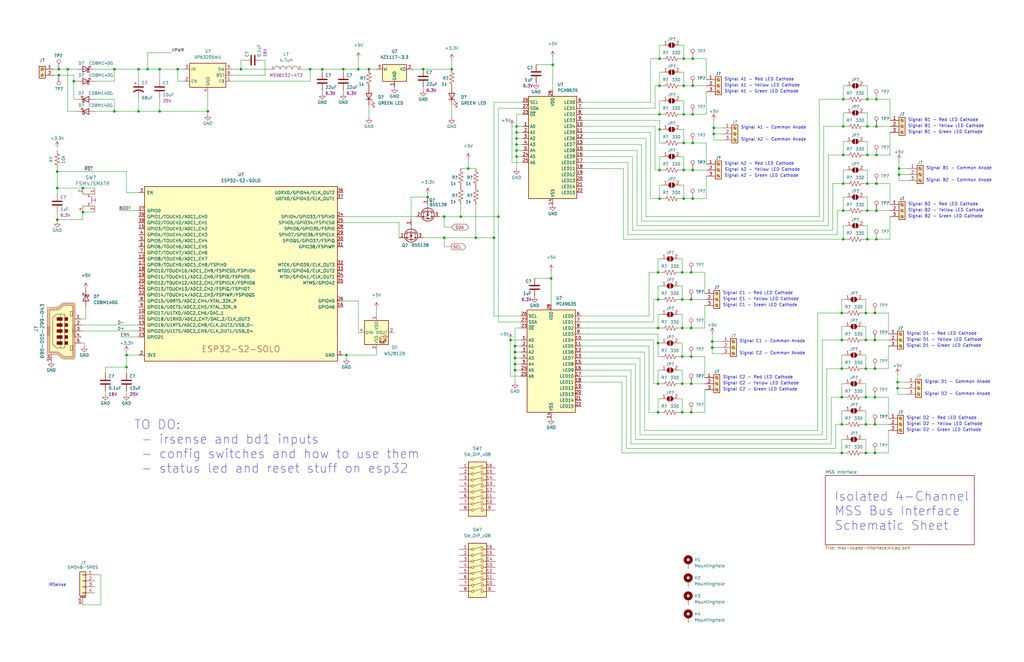
<source format=kicad_sch>
(kicad_sch (version 20211123) (generator eeschema)
  (paper "USLedger")
  (title_block (title "MSS Cascade Basic v1.0") (company "Iowa Scaled Engineering"))
  (junction (at 217.805 66.04))
  (junction (at 365.76 65.405))
  (junction (at 292.1 48.26))
  (junction (at 278.13 36.195))
  (junction (at 217.805 60.96))
  (junction (at 379.095 73.66))
  (junction (at 292.1 24.765))
  (junction (at 200.66 100.33))
  (junction (at 378.46 163.83))
  (junction (at 365.76 77.47))
  (junction (at 369.57 41.91))
  (junction (at 233.045 27.305))
  (junction (at 53.34 154.94))
  (junction (at 300.355 146.685))
  (junction (at 24.765 29.21))
  (junction (at 278.13 83.82))
  (junction (at 291.465 161.925))
  (junction (at 48.26 29.21))
  (junction (at 190.5 29.21))
  (junction (at 58.42 29.21))
  (junction (at 287.655 138.43))
  (junction (at 291.465 126.365))
  (junction (at 217.805 53.34))
  (junction (at 365.125 179.07))
  (junction (at 287.655 114.935))
  (junction (at 135.89 29.21))
  (junction (at 354.965 179.07))
  (junction (at 287.655 150.495))
  (junction (at 300.355 144.145))
  (junction (at 291.465 114.935))
  (junction (at 365.125 132.08))
  (junction (at 354.965 143.51))
  (junction (at 101.6 29.21))
  (junction (at 217.805 63.5))
  (junction (at 217.805 55.88))
  (junction (at 355.6 77.47))
  (junction (at 146.05 149.86))
  (junction (at 378.46 161.29))
  (junction (at 277.495 138.43))
  (junction (at 354.965 191.135))
  (junction (at 365.125 167.64))
  (junction (at 288.29 83.82))
  (junction (at 24.13 72.39))
  (junction (at 144.78 29.21))
  (junction (at 217.17 156.21))
  (junction (at 369.57 77.47))
  (junction (at 287.655 161.925))
  (junction (at 368.935 155.575))
  (junction (at 369.57 88.9))
  (junction (at 355.6 41.91))
  (junction (at 277.495 114.935))
  (junction (at 24.13 79.375))
  (junction (at 355.6 65.405))
  (junction (at 217.17 146.05))
  (junction (at 369.57 65.405))
  (junction (at 354.965 155.575))
  (junction (at 300.99 56.515))
  (junction (at 74.93 29.21))
  (junction (at 277.495 173.99))
  (junction (at 368.935 143.51))
  (junction (at 292.1 60.325))
  (junction (at 292.1 36.195))
  (junction (at 62.23 29.21))
  (junction (at 368.935 167.64))
  (junction (at 287.655 126.365))
  (junction (at 379.095 71.12))
  (junction (at 365.76 41.91))
  (junction (at 178.435 29.21))
  (junction (at 288.29 24.765))
  (junction (at 31.115 34.29))
  (junction (at 277.495 144.78))
  (junction (at 368.935 132.08))
  (junction (at 365.76 100.965))
  (junction (at 58.42 46.99))
  (junction (at 151.13 29.21))
  (junction (at 34.925 89.535))
  (junction (at 277.495 126.365))
  (junction (at 368.935 191.135))
  (junction (at 197.485 71.12))
  (junction (at 291.465 150.495))
  (junction (at 67.31 29.21))
  (junction (at 48.26 46.99))
  (junction (at 130.81 29.21))
  (junction (at 278.13 24.765))
  (junction (at 24.765 31.75))
  (junction (at 365.76 53.34))
  (junction (at 369.57 53.34))
  (junction (at 232.41 117.475))
  (junction (at 369.57 100.965))
  (junction (at 217.17 151.13))
  (junction (at 34.925 79.375))
  (junction (at 365.125 191.135))
  (junction (at 365.76 88.9))
  (junction (at 278.13 54.61))
  (junction (at 288.29 48.26))
  (junction (at 187.325 100.33))
  (junction (at 288.29 71.755))
  (junction (at 300.99 53.975))
  (junction (at 217.805 58.42))
  (junction (at 87.63 46.99))
  (junction (at 208.28 100.33))
  (junction (at 291.465 138.43))
  (junction (at 278.13 48.26))
  (junction (at 288.29 36.195))
  (junction (at 53.34 149.86))
  (junction (at 217.17 148.59))
  (junction (at 180.34 83.185))
  (junction (at 24.13 92.71))
  (junction (at 28.575 29.21))
  (junction (at 292.1 71.755))
  (junction (at 292.1 83.82))
  (junction (at 291.465 173.99))
  (junction (at 354.965 132.08))
  (junction (at 355.6 53.34))
  (junction (at 355.6 100.965))
  (junction (at 67.31 46.99))
  (junction (at 287.655 173.99))
  (junction (at 187.325 91.44))
  (junction (at 217.17 153.67))
  (junction (at 277.495 161.925))
  (junction (at 210.185 91.44))
  (junction (at 368.935 179.07))
  (junction (at 288.29 60.325))
  (junction (at 155.575 29.21))
  (junction (at 194.31 91.44))
  (junction (at 278.13 71.755))
  (junction (at 354.965 167.64))
  (junction (at 215.265 143.51))
  (junction (at 365.125 143.51))
  (junction (at 365.125 155.575))
  (junction (at 355.6 88.9))
  (wire (pts (xy 355.6 88.9) (xy 356.87 88.9)))
  (wire (pts (xy 275.59 161.925) (xy 277.495 161.925)))
  (wire (pts (xy 363.855 132.08) (xy 365.125 132.08)))
  (wire (pts (xy 356.87 71.755) (xy 355.6 71.755)))
  (wire (pts (xy 32.385 34.29) (xy 31.115 34.29)))
  (wire (pts (xy 287.655 156.21) (xy 287.655 161.925)))
  (wire (pts (xy 356.87 83.185) (xy 355.6 83.185)))
  (wire (pts (xy 275.59 126.365) (xy 275.59 135.89)))
  (wire (pts (xy 368.935 179.07) (xy 374.65 179.07)))
  (wire (pts (xy 300.355 140.97) (xy 300.355 144.145)))
  (wire (pts (xy 355.6 83.185) (xy 355.6 88.9)))
  (wire (pts (xy 67.31 46.99) (xy 87.63 46.99)))
  (wire (pts (xy 378.46 163.83) (xy 382.27 163.83)))
  (wire (pts (xy 245.745 55.88) (xy 274.32 55.88)))
  (wire (pts (xy 278.765 120.65) (xy 277.495 120.65)))
  (wire (pts (xy 266.7 66.04) (xy 266.7 97.155)))
  (wire (pts (xy 144.78 91.44) (xy 175.26 91.44)))
  (wire (pts (xy 297.815 83.82) (xy 297.815 74.295)))
  (wire (pts (xy 35.56 146.05) (xy 35.56 144.78)))
  (wire (pts (xy 300.99 53.975) (xy 304.8 53.975)))
  (wire (pts (xy 217.805 48.26) (xy 217.805 53.34)))
  (wire (pts (xy 297.815 60.325) (xy 297.815 69.215)))
  (wire (pts (xy 277.495 109.22) (xy 277.495 114.935)))
  (wire (pts (xy 42.545 242.57) (xy 42.545 255.27)))
  (wire (pts (xy 53.34 81.28) (xy 58.42 81.28)))
  (wire (pts (xy 288.29 19.05) (xy 288.29 24.765)))
  (wire (pts (xy 245.11 143.51) (xy 275.59 143.51)))
  (wire (pts (xy 363.855 167.64) (xy 365.125 167.64)))
  (wire (pts (xy 286.385 144.78) (xy 287.655 144.78)))
  (wire (pts (xy 356.87 47.625) (xy 355.6 47.625)))
  (wire (pts (xy 187.325 91.44) (xy 194.31 91.44)))
  (wire (pts (xy 264.795 68.58) (xy 264.795 99.06)))
  (wire (pts (xy 144.78 93.98) (xy 168.275 93.98)))
  (wire (pts (xy 297.18 114.935) (xy 297.18 123.825)))
  (wire (pts (xy 365.125 191.135) (xy 368.935 191.135)))
  (wire (pts (xy 217.17 156.21) (xy 217.17 153.67)))
  (wire (pts (xy 245.11 148.59) (xy 271.78 148.59)))
  (wire (pts (xy 217.17 138.43) (xy 217.17 146.05)))
  (wire (pts (xy 287.02 66.04) (xy 288.29 66.04)))
  (wire (pts (xy 269.875 183.515) (xy 346.71 183.515)))
  (wire (pts (xy 217.17 156.21) (xy 219.71 156.21)))
  (wire (pts (xy 215.9 68.58) (xy 215.9 53.34)))
  (wire (pts (xy 217.805 66.04) (xy 220.345 66.04)))
  (wire (pts (xy 144.78 29.21) (xy 151.13 29.21)))
  (wire (pts (xy 158.75 149.86) (xy 158.75 147.955)))
  (wire (pts (xy 288.29 30.48) (xy 288.29 36.195)))
  (wire (pts (xy 217.805 58.42) (xy 217.805 55.88)))
  (wire (pts (xy 274.32 55.88) (xy 274.32 83.82)))
  (wire (pts (xy 277.495 161.925) (xy 278.765 161.925)))
  (wire (pts (xy 185.42 91.44) (xy 187.325 91.44)))
  (wire (pts (xy 127 29.21) (xy 130.81 29.21)))
  (wire (pts (xy 374.65 191.135) (xy 374.65 181.61)))
  (wire (pts (xy 217.805 66.04) (xy 217.805 63.5)))
  (wire (pts (xy 355.6 71.755) (xy 355.6 77.47)))
  (wire (pts (xy 245.11 153.67) (xy 267.97 153.67)))
  (wire (pts (xy 374.65 132.08) (xy 374.65 140.97)))
  (wire (pts (xy 271.78 148.59) (xy 271.78 181.61)))
  (wire (pts (xy 277.495 144.78) (xy 277.495 150.495)))
  (wire (pts (xy 363.855 179.07) (xy 365.125 179.07)))
  (wire (pts (xy 365.76 83.185) (xy 365.76 88.9)))
  (wire (pts (xy 344.805 132.08) (xy 354.965 132.08)))
  (wire (pts (xy 34.925 255.27) (xy 42.545 255.27)))
  (wire (pts (xy 379.095 67.945) (xy 379.095 71.12)))
  (wire (pts (xy 287.02 24.765) (xy 288.29 24.765)))
  (wire (pts (xy 378.46 163.83) (xy 378.46 166.37)))
  (wire (pts (xy 151.13 24.765) (xy 151.13 29.21)))
  (wire (pts (xy 262.89 71.12) (xy 262.89 100.965)))
  (wire (pts (xy 264.16 189.23) (xy 352.425 189.23)))
  (wire (pts (xy 287.02 83.82) (xy 288.29 83.82)))
  (wire (pts (xy 354.965 173.355) (xy 354.965 179.07)))
  (wire (pts (xy 210.185 91.44) (xy 210.185 135.89)))
  (wire (pts (xy 210.185 135.89) (xy 219.71 135.89)))
  (wire (pts (xy 220.345 53.34) (xy 217.805 53.34)))
  (wire (pts (xy 155.575 29.21) (xy 158.75 29.21)))
  (wire (pts (xy 351.155 97.155) (xy 351.155 77.47)))
  (wire (pts (xy 28.575 29.21) (xy 32.385 29.21)))
  (wire (pts (xy 277.495 114.935) (xy 273.685 114.935)))
  (wire (pts (xy 292.1 60.325) (xy 297.815 60.325)))
  (wire (pts (xy 291.465 173.99) (xy 297.18 173.99)))
  (wire (pts (xy 278.13 50.8) (xy 278.13 54.61)))
  (wire (pts (xy 276.225 53.34) (xy 276.225 71.755)))
  (wire (pts (xy 275.59 135.89) (xy 245.11 135.89)))
  (wire (pts (xy 278.13 36.195) (xy 279.4 36.195)))
  (wire (pts (xy 34.925 92.71) (xy 34.925 89.535)))
  (wire (pts (xy 378.46 166.37) (xy 382.27 166.37)))
  (wire (pts (xy 287.02 78.105) (xy 288.29 78.105)))
  (wire (pts (xy 356.235 161.925) (xy 354.965 161.925)))
  (wire (pts (xy 217.17 148.59) (xy 219.71 148.59)))
  (wire (pts (xy 277.495 173.99) (xy 278.765 173.99)))
  (wire (pts (xy 287.655 144.78) (xy 287.655 150.495)))
  (wire (pts (xy 135.89 30.48) (xy 135.89 29.21)))
  (wire (pts (xy 291.465 161.925) (xy 297.18 161.925)))
  (wire (pts (xy 364.49 95.25) (xy 365.76 95.25)))
  (wire (pts (xy 245.745 68.58) (xy 264.795 68.58)))
  (wire (pts (xy 40.005 46.99) (xy 48.26 46.99)))
  (wire (pts (xy 345.44 41.91) (xy 355.6 41.91)))
  (wire (pts (xy 217.17 153.67) (xy 219.71 153.67)))
  (wire (pts (xy 286.385 138.43) (xy 287.655 138.43)))
  (wire (pts (xy 28.575 46.99) (xy 28.575 29.21)))
  (wire (pts (xy 291.465 138.43) (xy 297.18 138.43)))
  (wire (pts (xy 363.855 137.795) (xy 365.125 137.795)))
  (wire (pts (xy 219.71 158.75) (xy 215.265 158.75)))
  (wire (pts (xy 346.71 143.51) (xy 354.965 143.51)))
  (wire (pts (xy 356.87 95.25) (xy 355.6 95.25)))
  (wire (pts (xy 363.855 155.575) (xy 365.125 155.575)))
  (wire (pts (xy 48.26 46.99) (xy 58.42 46.99)))
  (wire (pts (xy 287.02 60.325) (xy 288.29 60.325)))
  (wire (pts (xy 62.23 29.21) (xy 62.23 22.225)))
  (wire (pts (xy 24.13 79.375) (xy 34.925 79.375)))
  (wire (pts (xy 278.765 109.22) (xy 277.495 109.22)))
  (wire (pts (xy 245.745 60.96) (xy 270.51 60.96)))
  (wire (pts (xy 354.965 167.64) (xy 356.235 167.64)))
  (wire (pts (xy 286.385 120.65) (xy 287.655 120.65)))
  (wire (pts (xy 277.495 138.43) (xy 278.765 138.43)))
  (wire (pts (xy 232.41 117.475) (xy 232.41 128.27)))
  (wire (pts (xy 200.66 86.36) (xy 200.66 100.33)))
  (wire (pts (xy 379.095 73.66) (xy 379.095 76.2)))
  (wire (pts (xy 297.18 173.99) (xy 297.18 164.465)))
  (wire (pts (xy 291.465 150.495) (xy 297.18 150.495)))
  (wire (pts (xy 378.46 161.29) (xy 378.46 163.83)))
  (wire (pts (xy 354.965 143.51) (xy 356.235 143.51)))
  (wire (pts (xy 363.855 161.925) (xy 365.125 161.925)))
  (wire (pts (xy 369.57 100.965) (xy 375.285 100.965)))
  (wire (pts (xy 271.78 181.61) (xy 344.805 181.61)))
  (wire (pts (xy 262.89 100.965) (xy 355.6 100.965)))
  (wire (pts (xy 217.805 71.12) (xy 217.805 66.04)))
  (wire (pts (xy 287.655 132.715) (xy 287.655 138.43)))
  (wire (pts (xy 24.13 71.12) (xy 24.13 72.39)))
  (wire (pts (xy 44.45 157.48) (xy 44.45 154.94)))
  (wire (pts (xy 365.125 132.08) (xy 368.935 132.08)))
  (wire (pts (xy 288.29 24.765) (xy 292.1 24.765)))
  (wire (pts (xy 300.99 50.8) (xy 300.99 53.975)))
  (wire (pts (xy 245.745 63.5) (xy 268.605 63.5)))
  (wire (pts (xy 67.31 29.21) (xy 67.31 33.655)))
  (wire (pts (xy 297.18 150.495) (xy 297.18 159.385)))
  (wire (pts (xy 210.185 91.44) (xy 210.185 45.72)))
  (wire (pts (xy 365.76 65.405) (xy 369.57 65.405)))
  (wire (pts (xy 245.11 140.97) (xy 277.495 140.97)))
  (wire (pts (xy 297.18 138.43) (xy 297.18 128.905)))
  (wire (pts (xy 344.805 181.61) (xy 344.805 132.08)))
  (wire (pts (xy 44.45 154.94) (xy 53.34 154.94)))
  (wire (pts (xy 217.805 60.96) (xy 220.345 60.96)))
  (wire (pts (xy 277.495 120.65) (xy 277.495 126.365)))
  (wire (pts (xy 233.045 27.305) (xy 233.045 38.1)))
  (wire (pts (xy 219.71 138.43) (xy 217.17 138.43)))
  (wire (pts (xy 286.385 132.715) (xy 287.655 132.715)))
  (wire (pts (xy 264.795 99.06) (xy 353.06 99.06)))
  (wire (pts (xy 24.13 79.375) (xy 24.13 81.915)))
  (wire (pts (xy 348.615 155.575) (xy 354.965 155.575)))
  (wire (pts (xy 225.425 117.475) (xy 232.41 117.475)))
  (wire (pts (xy 58.42 29.21) (xy 58.42 33.655)))
  (wire (pts (xy 210.185 45.72) (xy 220.345 45.72)))
  (wire (pts (xy 135.89 29.21) (xy 144.78 29.21)))
  (wire (pts (xy 151.13 127) (xy 151.13 140.335)))
  (wire (pts (xy 288.29 48.26) (xy 292.1 48.26)))
  (wire (pts (xy 279.4 30.48) (xy 278.13 30.48)))
  (wire (pts (xy 356.235 149.86) (xy 354.965 149.86)))
  (wire (pts (xy 50.165 88.9) (xy 58.42 88.9)))
  (wire (pts (xy 190.5 95.885) (xy 187.325 95.885)))
  (wire (pts (xy 267.97 185.42) (xy 348.615 185.42)))
  (wire (pts (xy 364.49 41.91) (xy 365.76 41.91)))
  (wire (pts (xy 354.965 137.795) (xy 354.965 143.51)))
  (wire (pts (xy 355.6 41.91) (xy 356.87 41.91)))
  (wire (pts (xy 286.385 156.21) (xy 287.655 156.21)))
  (wire (pts (xy 348.615 185.42) (xy 348.615 155.575)))
  (wire (pts (xy 292.1 36.195) (xy 297.815 36.195)))
  (wire (pts (xy 354.965 155.575) (xy 356.235 155.575)))
  (wire (pts (xy 274.32 24.765) (xy 274.32 43.18)))
  (wire (pts (xy 287.02 36.195) (xy 288.29 36.195)))
  (wire (pts (xy 379.095 71.12) (xy 379.095 73.66)))
  (wire (pts (xy 180.34 81.915) (xy 180.34 83.185)))
  (wire (pts (xy 287.02 19.05) (xy 288.29 19.05)))
  (wire (pts (xy 287.655 138.43) (xy 291.465 138.43)))
  (wire (pts (xy 287.655 114.935) (xy 291.465 114.935)))
  (wire (pts (xy 173.99 29.21) (xy 178.435 29.21)))
  (wire (pts (xy 208.28 100.33) (xy 208.28 133.35)))
  (wire (pts (xy 279.4 66.04) (xy 278.13 66.04)))
  (wire (pts (xy 363.855 149.86) (xy 365.125 149.86)))
  (wire (pts (xy 369.57 77.47) (xy 375.285 77.47)))
  (wire (pts (xy 365.76 95.25) (xy 365.76 100.965)))
  (wire (pts (xy 144.78 38.1) (xy 144.78 39.37)))
  (wire (pts (xy 355.6 65.405) (xy 356.87 65.405)))
  (wire (pts (xy 379.095 73.66) (xy 382.905 73.66)))
  (wire (pts (xy 368.935 132.08) (xy 374.65 132.08)))
  (wire (pts (xy 365.125 185.42) (xy 365.125 191.135)))
  (wire (pts (xy 354.965 149.86) (xy 354.965 155.575)))
  (wire (pts (xy 217.805 53.34) (xy 217.805 55.88)))
  (wire (pts (xy 352.425 179.07) (xy 354.965 179.07)))
  (wire (pts (xy 286.385 161.925) (xy 287.655 161.925)))
  (wire (pts (xy 287.655 126.365) (xy 291.465 126.365)))
  (wire (pts (xy 355.6 59.69) (xy 355.6 65.405)))
  (wire (pts (xy 365.76 88.9) (xy 369.57 88.9)))
  (wire (pts (xy 268.605 63.5) (xy 268.605 95.25)))
  (wire (pts (xy 353.06 99.06) (xy 353.06 88.9)))
  (wire (pts (xy 24.13 89.535) (xy 24.13 92.71)))
  (wire (pts (xy 279.4 42.545) (xy 278.13 42.545)))
  (wire (pts (xy 356.87 59.69) (xy 355.6 59.69)))
  (wire (pts (xy 187.325 104.14) (xy 187.325 100.33)))
  (wire (pts (xy 288.29 71.755) (xy 292.1 71.755)))
  (wire (pts (xy 287.02 48.26) (xy 288.29 48.26)))
  (wire (pts (xy 180.34 83.185) (xy 180.34 83.82)))
  (wire (pts (xy 245.11 158.75) (xy 264.16 158.75)))
  (wire (pts (xy 24.765 31.75) (xy 22.86 31.75)))
  (wire (pts (xy 287.655 109.22) (xy 287.655 114.935)))
  (wire (pts (xy 190.5 44.45) (xy 190.5 49.53)))
  (wire (pts (xy 363.855 143.51) (xy 365.125 143.51)))
  (wire (pts (xy 300.355 144.145) (xy 300.355 146.685)))
  (wire (pts (xy 287.655 168.275) (xy 287.655 173.99)))
  (wire (pts (xy 178.435 100.33) (xy 187.325 100.33)))
  (wire (pts (xy 356.235 185.42) (xy 354.965 185.42)))
  (wire (pts (xy 226.06 27.305) (xy 233.045 27.305)))
  (wire (pts (xy 101.6 25.4) (xy 101.6 29.21)))
  (wire (pts (xy 220.345 68.58) (xy 215.9 68.58)))
  (wire (pts (xy 288.29 83.82) (xy 292.1 83.82)))
  (wire (pts (xy 24.13 92.71) (xy 34.925 92.71)))
  (wire (pts (xy 24.13 92.71) (xy 24.13 93.345)))
  (wire (pts (xy 217.805 58.42) (xy 220.345 58.42)))
  (wire (pts (xy 158.75 130.175) (xy 158.75 132.715)))
  (wire (pts (xy 288.29 60.325) (xy 292.1 60.325)))
  (wire (pts (xy 352.425 189.23) (xy 352.425 179.07)))
  (wire (pts (xy 34.29 139.7) (xy 58.42 139.7)))
  (wire (pts (xy 245.11 146.05) (xy 273.685 146.05)))
  (wire (pts (xy 365.76 77.47) (xy 369.57 77.47)))
  (wire (pts (xy 217.805 55.88) (xy 220.345 55.88)))
  (wire (pts (xy 365.125 143.51) (xy 368.935 143.51)))
  (wire (pts (xy 173.355 83.185) (xy 173.355 92.71)))
  (wire (pts (xy 379.095 76.2) (xy 382.905 76.2)))
  (wire (pts (xy 245.11 151.13) (xy 269.875 151.13)))
  (wire (pts (xy 187.325 100.33) (xy 200.66 100.33)))
  (wire (pts (xy 220.345 48.26) (xy 217.805 48.26)))
  (wire (pts (xy 215.265 143.51) (xy 219.71 143.51)))
  (wire (pts (xy 297.815 48.26) (xy 297.815 38.735)))
  (wire (pts (xy 40.005 29.21) (xy 48.26 29.21)))
  (wire (pts (xy 40.005 34.29) (xy 48.26 34.29)))
  (wire (pts (xy 278.765 156.21) (xy 277.495 156.21)))
  (wire (pts (xy 277.495 126.365) (xy 278.765 126.365)))
  (wire (pts (xy 264.16 158.75) (xy 264.16 189.23)))
  (wire (pts (xy 276.225 45.72) (xy 245.745 45.72)))
  (wire (pts (xy 208.28 133.35) (xy 219.71 133.35)))
  (wire (pts (xy 286.385 126.365) (xy 287.655 126.365)))
  (wire (pts (xy 34.29 137.16) (xy 58.42 137.16)))
  (wire (pts (xy 208.28 100.33) (xy 208.28 43.18)))
  (wire (pts (xy 266.7 97.155) (xy 351.155 97.155)))
  (wire (pts (xy 279.4 54.61) (xy 278.13 54.61)))
  (wire (pts (xy 87.63 39.37) (xy 87.63 46.99)))
  (wire (pts (xy 364.49 88.9) (xy 365.76 88.9)))
  (wire (pts (xy 286.385 173.99) (xy 287.655 173.99)))
  (wire (pts (xy 292.1 71.755) (xy 297.815 71.755)))
  (wire (pts (xy 288.29 66.04) (xy 288.29 71.755)))
  (wire (pts (xy 53.34 148.59) (xy 53.34 149.86)))
  (wire (pts (xy 355.6 95.25) (xy 355.6 100.965)))
  (wire (pts (xy 200.66 100.33) (xy 208.28 100.33)))
  (wire (pts (xy 97.79 29.21) (xy 101.6 29.21)))
  (wire (pts (xy 178.435 29.21) (xy 190.5 29.21)))
  (wire (pts (xy 345.44 91.44) (xy 345.44 41.91)))
  (wire (pts (xy 287.655 120.65) (xy 287.655 126.365)))
  (wire (pts (xy 350.52 167.64) (xy 354.965 167.64)))
  (wire (pts (xy 375.285 41.91) (xy 375.285 50.8)))
  (wire (pts (xy 130.81 29.21) (xy 135.89 29.21)))
  (wire (pts (xy 364.49 59.69) (xy 365.76 59.69)))
  (wire (pts (xy 197.485 67.31) (xy 197.485 71.12)))
  (wire (pts (xy 34.29 134.62) (xy 36.195 134.62)))
  (wire (pts (xy 364.49 100.965) (xy 365.76 100.965)))
  (wire (pts (xy 300.355 146.685) (xy 300.355 149.225)))
  (wire (pts (xy 278.13 19.05) (xy 278.13 24.765)))
  (wire (pts (xy 53.34 149.86) (xy 58.42 149.86)))
  (wire (pts (xy 368.935 155.575) (xy 374.65 155.575)))
  (wire (pts (xy 36.195 134.62) (xy 36.195 129.54)))
  (wire (pts (xy 354.965 185.42) (xy 354.965 191.135)))
  (wire (pts (xy 272.415 58.42) (xy 272.415 91.44)))
  (wire (pts (xy 144.78 127) (xy 151.13 127)))
  (wire (pts (xy 273.685 173.99) (xy 277.495 173.99)))
  (wire (pts (xy 245.745 53.34) (xy 276.225 53.34)))
  (wire (pts (xy 144.78 149.86) (xy 146.05 149.86)))
  (wire (pts (xy 53.34 154.94) (xy 53.34 149.86)))
  (wire (pts (xy 364.49 65.405) (xy 365.76 65.405)))
  (wire (pts (xy 135.89 38.1) (xy 135.89 39.37)))
  (wire (pts (xy 215.265 158.75) (xy 215.265 143.51)))
  (wire (pts (xy 31.115 41.91) (xy 31.115 34.29)))
  (wire (pts (xy 346.71 183.515) (xy 346.71 143.51)))
  (wire (pts (xy 374.65 167.64) (xy 374.65 176.53)))
  (wire (pts (xy 146.05 149.86) (xy 158.75 149.86)))
  (wire (pts (xy 288.29 42.545) (xy 288.29 48.26)))
  (wire (pts (xy 278.13 54.61) (xy 278.13 60.325)))
  (wire (pts (xy 44.45 165.1) (xy 44.45 166.37)))
  (wire (pts (xy 356.87 36.195) (xy 355.6 36.195)))
  (wire (pts (xy 245.745 66.04) (xy 266.7 66.04)))
  (wire (pts (xy 365.76 59.69) (xy 365.76 65.405)))
  (wire (pts (xy 31.115 34.29) (xy 31.115 31.75)))
  (wire (pts (xy 355.6 53.34) (xy 356.87 53.34)))
  (wire (pts (xy 365.76 36.195) (xy 365.76 41.91)))
  (wire (pts (xy 130.81 34.29) (xy 130.81 29.21)))
  (wire (pts (xy 245.745 43.18) (xy 274.32 43.18)))
  (wire (pts (xy 277.495 150.495) (xy 278.765 150.495)))
  (wire (pts (xy 22.86 29.21) (xy 24.765 29.21)))
  (wire (pts (xy 355.6 36.195) (xy 355.6 41.91)))
  (wire (pts (xy 42.545 242.57) (xy 40.005 242.57)))
  (wire (pts (xy 62.23 29.21) (xy 67.31 29.21)))
  (wire (pts (xy 349.25 95.25) (xy 349.25 65.405)))
  (wire (pts (xy 278.13 71.755) (xy 279.4 71.755)))
  (wire (pts (xy 379.095 71.12) (xy 382.905 71.12)))
  (wire (pts (xy 375.285 77.47) (xy 375.285 86.36)))
  (wire (pts (xy 368.935 143.51) (xy 374.65 143.51)))
  (wire (pts (xy 287.655 161.925) (xy 291.465 161.925)))
  (wire (pts (xy 287.655 150.495) (xy 291.465 150.495)))
  (wire (pts (xy 356.235 137.795) (xy 354.965 137.795)))
  (wire (pts (xy 365.125 173.355) (xy 365.125 179.07)))
  (wire (pts (xy 300.355 146.685) (xy 304.165 146.685)))
  (wire (pts (xy 110.49 25.4) (xy 111.76 25.4)))
  (wire (pts (xy 288.29 54.61) (xy 288.29 60.325)))
  (wire (pts (xy 266.065 156.21) (xy 266.065 187.325)))
  (wire (pts (xy 245.745 50.8) (xy 278.13 50.8)))
  (wire (pts (xy 351.155 77.47) (xy 355.6 77.47)))
  (wire (pts (xy 354.965 191.135) (xy 356.235 191.135)))
  (wire (pts (xy 77.47 34.29) (xy 74.93 34.29)))
  (wire (pts (xy 217.17 146.05) (xy 219.71 146.05)))
  (wire (pts (xy 277.495 168.275) (xy 277.495 173.99)))
  (wire (pts (xy 365.76 41.91) (xy 369.57 41.91)))
  (wire (pts (xy 277.495 114.935) (xy 278.765 114.935)))
  (wire (pts (xy 217.805 60.96) (xy 217.805 58.42)))
  (wire (pts (xy 287.02 42.545) (xy 288.29 42.545)))
  (wire (pts (xy 97.79 34.29) (xy 130.81 34.29)))
  (wire (pts (xy 28.575 46.99) (xy 32.385 46.99)))
  (wire (pts (xy 364.49 83.185) (xy 365.76 83.185)))
  (wire (pts (xy 300.99 56.515) (xy 304.8 56.515)))
  (wire (pts (xy 287.02 71.755) (xy 288.29 71.755)))
  (wire (pts (xy 269.875 151.13) (xy 269.875 183.515)))
  (wire (pts (xy 288.29 36.195) (xy 292.1 36.195)))
  (wire (pts (xy 354.965 126.365) (xy 354.965 132.08)))
  (wire (pts (xy 155.575 44.45) (xy 155.575 49.53)))
  (wire (pts (xy 368.935 167.64) (xy 374.65 167.64)))
  (wire (pts (xy 364.49 71.755) (xy 365.76 71.755)))
  (wire (pts (xy 74.93 29.21) (xy 74.93 34.29)))
  (wire (pts (xy 24.13 72.39) (xy 24.13 79.375)))
  (wire (pts (xy 48.26 29.21) (xy 58.42 29.21)))
  (wire (pts (xy 87.63 46.99) (xy 87.63 48.26)))
  (wire (pts (xy 194.31 86.36) (xy 194.31 91.44)))
  (wire (pts (xy 31.115 31.75) (xy 24.765 31.75)))
  (wire (pts (xy 217.805 63.5) (xy 220.345 63.5)))
  (wire (pts (xy 278.13 78.105) (xy 278.13 83.82)))
  (wire (pts (xy 217.805 63.5) (xy 217.805 60.96)))
  (wire (pts (xy 101.6 29.21) (xy 114.3 29.21)))
  (wire (pts (xy 50.8 142.24) (xy 58.42 142.24)))
  (wire (pts (xy 275.59 126.365) (xy 277.495 126.365)))
  (wire (pts (xy 245.745 48.26) (xy 278.13 48.26)))
  (wire (pts (xy 300.99 59.055) (xy 304.8 59.055)))
  (wire (pts (xy 354.965 179.07) (xy 356.235 179.07)))
  (wire (pts (xy 365.125 161.925) (xy 365.125 167.64)))
  (wire (pts (xy 300.99 53.975) (xy 300.99 56.515)))
  (wire (pts (xy 292.1 48.26) (xy 297.815 48.26)))
  (wire (pts (xy 300.355 149.225) (xy 304.165 149.225)))
  (wire (pts (xy 375.285 65.405) (xy 375.285 55.88)))
  (wire (pts (xy 365.76 47.625) (xy 365.76 53.34)))
  (wire (pts (xy 111.76 25.4) (xy 111.76 31.75)))
  (wire (pts (xy 262.255 161.29) (xy 262.255 191.135)))
  (wire (pts (xy 273.685 146.05) (xy 273.685 173.99)))
  (wire (pts (xy 190.5 25.4) (xy 190.5 29.21)))
  (wire (pts (xy 286.385 168.275) (xy 287.655 168.275)))
  (wire (pts (xy 268.605 95.25) (xy 349.25 95.25)))
  (wire (pts (xy 277.495 132.715) (xy 277.495 138.43)))
  (wire (pts (xy 273.685 114.935) (xy 273.685 133.35)))
  (wire (pts (xy 53.34 165.1) (xy 53.34 166.37)))
  (wire (pts (xy 266.065 187.325) (xy 350.52 187.325)))
  (wire (pts (xy 356.235 173.355) (xy 354.965 173.355)))
  (wire (pts (xy 217.17 148.59) (xy 217.17 146.05)))
  (wire (pts (xy 245.11 138.43) (xy 277.495 138.43)))
  (wire (pts (xy 272.415 91.44) (xy 345.44 91.44)))
  (wire (pts (xy 278.765 132.715) (xy 277.495 132.715)))
  (wire (pts (xy 48.26 34.29) (xy 48.26 29.21)))
  (wire (pts (xy 355.6 77.47) (xy 356.87 77.47)))
  (wire (pts (xy 267.97 153.67) (xy 267.97 185.42)))
  (wire (pts (xy 277.495 156.21) (xy 277.495 161.925)))
  (wire (pts (xy 178.435 36.83) (xy 178.435 38.1)))
  (wire (pts (xy 287.02 30.48) (xy 288.29 30.48)))
  (wire (pts (xy 292.1 83.82) (xy 297.815 83.82)))
  (wire (pts (xy 365.125 149.86) (xy 365.125 155.575)))
  (wire (pts (xy 369.57 41.91) (xy 375.285 41.91)))
  (wire (pts (xy 276.225 36.195) (xy 276.225 45.72)))
  (wire (pts (xy 245.11 161.29) (xy 262.255 161.29)))
  (wire (pts (xy 364.49 36.195) (xy 365.76 36.195)))
  (wire (pts (xy 34.29 144.78) (xy 35.56 144.78)))
  (wire (pts (xy 34.925 79.375) (xy 40.005 79.375)))
  (wire (pts (xy 278.13 48.26) (xy 279.4 48.26)))
  (wire (pts (xy 279.4 19.05) (xy 278.13 19.05)))
  (wire (pts (xy 277.495 140.97) (xy 277.495 144.78)))
  (wire (pts (xy 53.34 72.39) (xy 53.34 81.28)))
  (wire (pts (xy 208.28 43.18) (xy 220.345 43.18)))
  (wire (pts (xy 270.51 93.345) (xy 347.345 93.345)))
  (wire (pts (xy 278.13 30.48) (xy 278.13 36.195)))
  (wire (pts (xy 233.045 24.13) (xy 233.045 27.305)))
  (wire (pts (xy 146.05 151.13) (xy 146.05 149.86)))
  (wire (pts (xy 67.31 29.21) (xy 74.93 29.21)))
  (wire (pts (xy 190.5 104.14) (xy 187.325 104.14)))
  (wire (pts (xy 286.385 109.22) (xy 287.655 109.22)))
  (wire (pts (xy 276.225 71.755) (xy 278.13 71.755)))
  (wire (pts (xy 58.42 46.99) (xy 67.31 46.99)))
  (wire (pts (xy 365.125 179.07) (xy 368.935 179.07)))
  (wire (pts (xy 67.31 41.275) (xy 67.31 46.99)))
  (wire (pts (xy 350.52 187.325) (xy 350.52 167.64)))
  (wire (pts (xy 173.355 83.185) (xy 180.34 83.185)))
  (wire (pts (xy 197.485 71.12) (xy 200.66 71.12)))
  (wire (pts (xy 217.17 151.13) (xy 217.17 148.59)))
  (wire (pts (xy 62.23 22.225) (xy 72.39 22.225)))
  (wire (pts (xy 349.25 65.405) (xy 355.6 65.405)))
  (wire (pts (xy 365.125 126.365) (xy 365.125 132.08)))
  (wire (pts (xy 347.345 53.34) (xy 355.6 53.34)))
  (wire (pts (xy 24.13 72.39) (xy 53.34 72.39)))
  (wire (pts (xy 365.125 167.64) (xy 368.935 167.64)))
  (wire (pts (xy 364.49 53.34) (xy 365.76 53.34)))
  (wire (pts (xy 365.125 155.575) (xy 368.935 155.575)))
  (wire (pts (xy 278.13 24.765) (xy 279.4 24.765)))
  (wire (pts (xy 378.46 158.115) (xy 378.46 161.29)))
  (wire (pts (xy 194.31 71.12) (xy 197.485 71.12)))
  (wire (pts (xy 217.17 161.29) (xy 217.17 156.21)))
  (wire (pts (xy 245.11 156.21) (xy 266.065 156.21)))
  (wire (pts (xy 168.275 93.98) (xy 168.275 100.33)))
  (wire (pts (xy 374.65 155.575) (xy 374.65 146.05)))
  (wire (pts (xy 275.59 143.51) (xy 275.59 161.925)))
  (wire (pts (xy 278.13 66.04) (xy 278.13 71.755)))
  (wire (pts (xy 270.51 60.96) (xy 270.51 93.345)))
  (wire (pts (xy 369.57 53.34) (xy 375.285 53.34)))
  (wire (pts (xy 356.235 126.365) (xy 354.965 126.365)))
  (wire (pts (xy 144.78 30.48) (xy 144.78 29.21)))
  (wire (pts (xy 194.31 91.44) (xy 210.185 91.44)))
  (wire (pts (xy 245.745 58.42) (xy 272.415 58.42)))
  (wire (pts (xy 278.13 42.545) (xy 278.13 48.26)))
  (wire (pts (xy 58.42 41.275) (xy 58.42 46.99)))
  (wire (pts (xy 232.41 114.3) (xy 232.41 117.475)))
  (wire (pts (xy 369.57 65.405) (xy 375.285 65.405)))
  (wire (pts (xy 32.385 41.91) (xy 31.115 41.91)))
  (wire (pts (xy 355.6 100.965) (xy 356.87 100.965)))
  (wire (pts (xy 364.49 47.625) (xy 365.76 47.625)))
  (wire (pts (xy 354.965 132.08) (xy 356.235 132.08)))
  (wire (pts (xy 286.385 150.495) (xy 287.655 150.495)))
  (wire (pts (xy 363.855 185.42) (xy 365.125 185.42)))
  (wire (pts (xy 353.06 88.9) (xy 355.6 88.9)))
  (wire (pts (xy 245.11 133.35) (xy 273.685 133.35)))
  (wire (pts (xy 292.1 24.765) (xy 297.815 24.765)))
  (wire (pts (xy 279.4 78.105) (xy 278.13 78.105)))
  (wire (pts (xy 40.005 41.91) (xy 48.26 41.91)))
  (wire (pts (xy 363.855 173.355) (xy 365.125 173.355)))
  (wire (pts (xy 48.26 41.91) (xy 48.26 46.99)))
  (wire (pts (xy 278.13 60.325) (xy 279.4 60.325)))
  (wire (pts (xy 278.13 24.765) (xy 274.32 24.765)))
  (wire (pts (xy 278.765 144.78) (xy 277.495 144.78)))
  (wire (pts (xy 363.855 126.365) (xy 365.125 126.365)))
  (wire (pts (xy 24.765 29.21) (xy 28.575 29.21)))
  (wire (pts (xy 278.765 168.275) (xy 277.495 168.275)))
  (wire (pts (xy 245.745 71.12) (xy 262.89 71.12)))
  (wire (pts (xy 276.225 36.195) (xy 278.13 36.195)))
  (wire (pts (xy 365.76 100.965) (xy 369.57 100.965)))
  (wire (pts (xy 300.99 56.515) (xy 300.99 59.055)))
  (wire (pts (xy 364.49 77.47) (xy 365.76 77.47)))
  (wire (pts (xy 354.965 161.925) (xy 354.965 167.64)))
  (wire (pts (xy 278.13 83.82) (xy 279.4 83.82)))
  (wire (pts (xy 102.87 25.4) (xy 101.6 25.4)))
  (wire (pts (xy 378.46 161.29) (xy 382.27 161.29)))
  (wire (pts (xy 286.385 114.935) (xy 287.655 114.935)))
  (wire (pts (xy 300.355 144.145) (xy 304.165 144.145)))
  (wire (pts (xy 365.76 71.755) (xy 365.76 77.47)))
  (wire (pts (xy 53.34 157.48) (xy 53.34 154.94)))
  (wire (pts (xy 297.815 24.765) (xy 297.815 33.655)))
  (wire (pts (xy 187.325 95.885) (xy 187.325 91.44)))
  (wire (pts (xy 274.32 83.82) (xy 278.13 83.82)))
  (wire (pts (xy 369.57 88.9) (xy 375.285 88.9)))
  (wire (pts (xy 58.42 29.21) (xy 62.23 29.21)))
  (wire (pts (xy 347.345 93.345) (xy 347.345 53.34)))
  (wire (pts (xy 291.465 126.365) (xy 297.18 126.365)))
  (wire (pts (xy 287.655 173.99) (xy 291.465 173.99)))
  (wire (pts (xy 74.93 29.21) (xy 77.47 29.21)))
  (wire (pts (xy 288.29 78.105) (xy 288.29 83.82)))
  (wire (pts (xy 291.465 114.935) (xy 297.18 114.935)))
  (wire (pts (xy 34.925 89.535) (xy 40.005 89.535)))
  (wire (pts (xy 365.125 137.795) (xy 365.125 143.51)))
  (wire (pts (xy 365.76 53.34) (xy 369.57 53.34)))
  (wire (pts (xy 355.6 47.625) (xy 355.6 53.34)))
  (wire (pts (xy 217.17 153.67) (xy 217.17 151.13)))
  (wire (pts (xy 262.255 191.135) (xy 354.965 191.135)))
  (wire (pts (xy 217.17 151.13) (xy 219.71 151.13)))
  (wire (pts (xy 151.13 29.21) (xy 155.575 29.21)))
  (wire (pts (xy 375.285 100.965) (xy 375.285 91.44)))
  (wire (pts (xy 368.935 191.135) (xy 374.65 191.135)))
  (wire (pts (xy 287.02 54.61) (xy 288.29 54.61)))
  (wire (pts (xy 97.79 31.75) (xy 111.76 31.75)))
  (wire (pts (xy 363.855 191.135) (xy 365.125 191.135)))
  (text "Signal D2 - Yellow LED Cathode" (at 382.27 179.705 0) (effects (font (size 1.27 1.27)) (justify left bottom)))
  (text "Signal D2 - Green LED Cathode" (at 382.27 182.245 0) (effects (font (size 1.27 1.27)) (justify left bottom)))
  (text "Signal C2 - Green LED Cathode" (at 304.8 165.1 0) (effects (font (size 1.27 1.27)) (justify left bottom)))
  (text "Signal D2 - Red LED Cathode" (at 382.27 177.165 0) (effects (font (size 1.27 1.27)) (justify left bottom)))
  (text "Signal A1 - Yellow LED Cathode" (at 305.435 36.83 0) (effects (font (size 1.27 1.27)) (justify left bottom)))
  (text "Signal C1 - Red LED Cathode" (at 304.8 124.46 0) (effects (font (size 1.27 1.27)) (justify left bottom)))
  (text "TO DO:\n - irsense and bd1 inputs\n - config switches and how to use them\n - status led and reset stuff on esp32" (at 56.515 200.025 0) (effects (font (size 3.81 3.81)) (justify left bottom)))
  (text "Signal B2 - Green LED Cathode" (at 382.905 92.075 0) (effects (font (size 1.27 1.27)) (justify left bottom)))
  (text "Signal A2 - Green LED Cathode" (at 305.435 74.93 0) (effects (font (size 1.27 1.27)) (justify left bottom)))
  (text "Signal A1 - Common Anode" (at 312.42 54.61 0) (effects (font (size 1.27 1.27)) (justify left bottom)))
  (text "Signal B1 - Red LED Cathode" (at 382.905 51.435 0) (effects (font (size 1.27 1.27)) (justify left bottom)))
  (text "Isolated 4-Channel\nMSS Bus Interface\nSchematic Sheet" (at 351.79 224.155 0) (effects (font (size 3.81 3.81)) (justify left bottom)))
  (text "Signal B2 - Common Anode" (at 390.525 76.835 0) (effects (font (size 1.27 1.27)) (justify left bottom)))
  (text "Signal B1 - Yellow LED Cathode" (at 382.905 53.975 0) (effects (font (size 1.27 1.27)) (justify left bottom)))
  (text "Signal C1 - Green LED Cathode" (at 304.8 129.54 0) (effects (font (size 1.27 1.27)) (justify left bottom)))
  (text "Signal A2 - Common Anode" (at 312.42 59.69 0) (effects (font (size 1.27 1.27)) (justify left bottom)))
  (text "Signal A2 - Red LED Cathode" (at 305.435 69.85 0) (effects (font (size 1.27 1.27)) (justify left bottom)))
  (text "Signal C1 - Common Anode" (at 311.785 144.78 0) (effects (font (size 1.27 1.27)) (justify left bottom)))
  (text "Signal B1 - Green LED Cathode" (at 382.905 56.515 0) (effects (font (size 1.27 1.27)) (justify left bottom)))
  (text "Signal C2 - Yellow LED Cathode" (at 304.8 162.56 0) (effects (font (size 1.27 1.27)) (justify left bottom)))
  (text "Signal B2 - Red LED Cathode" (at 382.905 86.995 0) (effects (font (size 1.27 1.27)) (justify left bottom)))
  (text "Signal A2 - Yellow LED Cathode" (at 305.435 72.39 0) (effects (font (size 1.27 1.27)) (justify left bottom)))
  (text "Signal A1 - Green LED Cathode" (at 305.435 39.37 0) (effects (font (size 1.27 1.27)) (justify left bottom)))
  (text "Signal B2 - Yellow LED Cathode" (at 382.905 89.535 0) (effects (font (size 1.27 1.27)) (justify left bottom)))
  (text "Signal B1 - Common Anode" (at 390.525 71.755 0) (effects (font (size 1.27 1.27)) (justify left bottom)))
  (text "Signal C2 - Common Anode" (at 311.785 149.86 0) (effects (font (size 1.27 1.27)) (justify left bottom)))
  (text "IRSense" (at 20.32 247.65 0) (effects (font (size 1.27 1.27)) (justify left bottom)))
  (text "Signal C1 - Yellow LED Cathode" (at 304.8 127 0) (effects (font (size 1.27 1.27)) (justify left bottom)))
  (text "Signal D1 - Common Anode" (at 389.89 161.925 0) (effects (font (size 1.27 1.27)) (justify left bottom)))
  (text "Signal D1 - Yellow LED Cathode" (at 382.27 144.145 0) (effects (font (size 1.27 1.27)) (justify left bottom)))
  (text "Signal D1 - Green LED Cathode" (at 382.27 146.685 0) (effects (font (size 1.27 1.27)) (justify left bottom)))
  (text "Signal A1 - Red LED Cathode" (at 305.435 34.29 0) (effects (font (size 1.27 1.27)) (justify left bottom)))
  (text "Signal C2 - Red LED Cathode" (at 304.8 160.02 0) (effects (font (size 1.27 1.27)) (justify left bottom)))
  (text "Signal D1 - Red LED Cathode" (at 382.27 141.605 0) (effects (font (size 1.27 1.27)) (justify left bottom)))
  (text "Signal D2 - Common Anode" (at 389.89 167.005 0) (effects (font (size 1.27 1.27)) (justify left bottom)))
  (label "D+" (at 49.53 139.7 0))
  (label "VPWR" (at 72.39 22.225 0))
  (label "EN4" (at 50.8 142.24 0))
  (label "BOOT" (at 50.165 88.9 0))
  (label "D-" (at 49.53 137.16 0))
  (label "~{RST}" (at 35.56 72.39 0))
  (global_label "SDA" (shape bidirectional) (at 190.5 95.885 0) (property "Intersheet References" "${INTERSHEET_REFS}" (effects hide)))
  (global_label "SCL" (shape output) (at 190.5 104.14 0) (property "Intersheet References" "${INTERSHEET_REFS}" (effects hide)))
  (symbol (lib_id "Jumper:SolderJumper_2_Open") (at 283.21 30.48 0) (unit 1)
    (property "Reference" "JP?" (at 283.21 27.94 0))
    (property "Value" "SolderJumper_2_Open" (effects hide))
    (property "Footprint" "Jumper:SolderJumper-2_P1.3mm_Open_RoundedPad1.0x1.5mm" (effects hide))
  )
  (symbol (lib_id "Device:R_US") (at 360.045 179.07 90) (unit 1)
    (property "Reference" "R?" (at 357.505 176.53 90))
    (property "Value" "330" (at 361.95 176.53 90))
    (property "Footprint" "Resistor_SMD:R_0805_2012Metric" (effects hide))
  )
  (symbol (lib_id "Device:C") (at 226.06 31.115 0) (mirror y) (unit 1)
    (property "Reference" "C?" (at 224.79 28.575 0) (effects (justify left)))
    (property "Value" "1uF" (at 224.79 33.655 0) (effects (justify left)))
    (property "Footprint" "Capacitor_SMD:C_0805_2012Metric" (effects hide))
    (property "Voltage" "6.3V" (at 224.79 36.195 0) (effects (justify left)))
  )
  (symbol (lib_id "Device:D_Schottky") (at 36.195 41.91 0) (unit 1)
    (property "Reference" "D?" (at 35.56 39.37 0) (effects (justify right)))
    (property "Value" "CDBM140G" (at 47.625 39.37 0) (effects (justify right)))
    (property "Footprint" "ISE_Generic:SOD-123T" (effects hide))
  )
  (symbol (lib_id "Connector:TestPoint") (at 368.935 191.135 0) (mirror y) (unit 1)
    (property "Reference" "TP?" (at 370.84 187.96 0) (effects (justify right)))
    (property "Value" "TestPoint" (effects hide))
    (property "Footprint" "TestPoint:TestPoint_Pad_D2.0mm" (effects hide))
  )
  (symbol (lib_id "Device:R_US") (at 190.5 33.02 180) (unit 1)
    (property "Reference" "R?" (at 187.96 33.02 0))
    (property "Value" "1k" (at 187.325 35.56 0))
    (property "Footprint" "Resistor_SMD:R_0805_2012Metric" (effects hide))
  )
  (symbol (lib_id "Jumper:SolderJumper_2_Open") (at 360.045 173.355 0) (unit 1)
    (property "Reference" "JP?" (at 360.045 170.815 0))
    (property "Value" "SolderJumper_2_Open" (effects hide))
    (property "Footprint" "Jumper:SolderJumper-2_P1.3mm_Open_RoundedPad1.0x1.5mm" (effects hide))
  )
  (symbol (lib_id "Connector:TestPoint") (at 292.1 48.26 0) (mirror y) (unit 1)
    (property "Reference" "TP?" (at 294.005 45.085 0) (effects (justify right)))
    (property "Value" "TestPoint" (effects hide))
    (property "Footprint" "TestPoint:TestPoint_Pad_D2.0mm" (effects hide))
  )
  (symbol (lib_id "Device:R_US") (at 282.575 150.495 90) (unit 1)
    (property "Reference" "R?" (at 280.035 147.955 90))
    (property "Value" "330" (at 284.48 147.955 90))
    (property "Footprint" "Resistor_SMD:R_0805_2012Metric" (effects hide))
  )
  (symbol (lib_id "Jumper:SolderJumper_2_Open") (at 360.045 137.795 0) (unit 1)
    (property "Reference" "JP?" (at 360.045 135.255 0))
    (property "Value" "SolderJumper_2_Open" (effects hide))
    (property "Footprint" "Jumper:SolderJumper-2_P1.3mm_Open_RoundedPad1.0x1.5mm" (effects hide))
  )
  (symbol (lib_id "Device:D_Schottky") (at 36.195 46.99 0) (unit 1)
    (property "Reference" "D?" (at 35.56 44.45 0) (effects (justify right)))
    (property "Value" "CDBM140G" (at 47.625 44.45 0) (effects (justify right)))
    (property "Footprint" "ISE_Generic:SOD-123T" (effects hide))
  )
  (symbol (lib_id "Device:R_US") (at 360.045 191.135 90) (unit 1)
    (property "Reference" "R?" (at 357.505 188.595 90))
    (property "Value" "330" (at 361.95 188.595 90))
    (property "Footprint" "Resistor_SMD:R_0805_2012Metric" (effects hide))
  )
  (symbol (lib_name "+3.3V_1") (lib_id "power:+3.3V") (at 190.5 25.4 0) (unit 1)
    (property "Reference" "#PWR?" (effects hide))
    (property "Value" "+3.3V" (at 190.5 20.32 0))
  )
  (symbol (lib_id "Jumper:SolderJumper_2_Open") (at 282.575 156.21 0) (unit 1)
    (property "Reference" "JP?" (at 282.575 153.67 0))
    (property "Value" "SolderJumper_2_Open" (effects hide))
    (property "Footprint" "Jumper:SolderJumper-2_P1.3mm_Open_RoundedPad1.0x1.5mm" (effects hide))
  )
  (symbol (lib_id "power:GND") (at 146.05 151.13 0) (unit 1)
    (property "Reference" "#PWR?" (effects hide))
    (property "Value" "GND" (at 146.05 154.94 0))
  )
  (symbol (lib_id "power:GND") (at 225.425 125.095 0) (unit 1)
    (property "Reference" "#PWR?" (effects hide))
    (property "Value" "GND" (at 225.425 128.905 0))
  )
  (symbol (lib_id "Connector:TestPoint") (at 291.465 173.99 0) (mirror y) (unit 1)
    (property "Reference" "TP?" (at 293.37 170.815 0) (effects (justify right)))
    (property "Value" "TestPoint" (effects hide))
    (property "Footprint" "TestPoint:TestPoint_Pad_D2.0mm" (effects hide))
  )
  (symbol (lib_id "Connector:TestPoint") (at 291.465 138.43 0) (mirror y) (unit 1)
    (property "Reference" "TP?" (at 293.37 135.255 0) (effects (justify right)))
    (property "Value" "TestPoint" (effects hide))
    (property "Footprint" "TestPoint:TestPoint_Pad_D2.0mm" (effects hide))
  )
  (symbol (lib_id "power:+5V") (at 378.46 158.115 0) (unit 1)
    (property "Reference" "#PWR?" (effects hide))
    (property "Value" "+5V" (at 378.46 154.305 0))
  )
  (symbol (lib_id "Connector:Screw_Terminal_01x03") (at 309.88 56.515 0) (unit 1)
    (property "Reference" "J?" (at 309.88 51.435 0))
    (property "Value" "Screw_Terminal_01x02" (effects hide))
    (property "Footprint" "TerminalBlock_MetzConnect:TerminalBlock_MetzConnect_Type059_RT06303HBWC_1x03_P3.50mm_Horizontal" (effects hide))
  )
  (symbol (lib_id "power:GND") (at 144.78 39.37 0) (unit 1)
    (property "Reference" "#PWR?" (effects hide))
    (property "Value" "GND" (at 144.78 43.18 0))
  )
  (symbol (lib_id "power:+5V") (at 300.355 140.97 0) (unit 1)
    (property "Reference" "#PWR?" (effects hide))
    (property "Value" "+5V" (at 300.355 137.16 0))
  )
  (symbol (lib_id "Connector:TestPoint") (at 369.57 88.9 0) (mirror y) (unit 1)
    (property "Reference" "TP?" (at 371.475 85.725 0) (effects (justify right)))
    (property "Value" "TestPoint" (effects hide))
    (property "Footprint" "TestPoint:TestPoint_Pad_D2.0mm" (effects hide))
  )
  (symbol (lib_id "Device:C") (at 44.45 161.29 0) (unit 1)
    (property "Reference" "C?" (at 45.72 158.75 0) (effects (justify left)))
    (property "Value" "0.1uF" (at 45.72 163.83 0) (effects (justify left)))
    (property "Footprint" "Capacitor_SMD:C_0805_2012Metric" (effects hide))
    (property "Voltage" "16V" (at 45.72 166.37 0) (effects (justify left)))
  )
  (symbol (lib_id "power:GND") (at 44.45 166.37 0) (unit 1)
    (property "Reference" "#PWR?" (effects hide))
    (property "Value" "GND" (at 44.45 170.18 0))
  )
  (symbol (lib_id "Device:R_US") (at 360.045 167.64 90) (unit 1)
    (property "Reference" "R?" (at 357.505 165.1 90))
    (property "Value" "330" (at 361.95 165.1 90))
    (property "Footprint" "Resistor_SMD:R_0805_2012Metric" (effects hide))
  )
  (symbol (lib_id "Regulator_Linear:AZ1117-3.3") (at 166.37 29.21 0) (unit 1)
    (property "Reference" "U?" (at 166.37 21.59 0))
    (property "Value" "AZ1117-3.3" (at 166.37 24.13 0))
    (property "Datasheet" "https://www.diodes.com/assets/Datasheets/AZ1117.pdf" (effects hide))
  )
  (symbol (lib_id "Connector:TestPoint") (at 291.465 161.925 0) (mirror y) (unit 1)
    (property "Reference" "TP?" (at 293.37 158.75 0) (effects (justify right)))
    (property "Value" "TestPoint" (effects hide))
    (property "Footprint" "TestPoint:TestPoint_Pad_D2.0mm" (effects hide))
  )
  (symbol (lib_id "Jumper:SolderJumper_2_Open") (at 283.21 42.545 0) (unit 1)
    (property "Reference" "JP?" (at 283.21 40.005 0))
    (property "Value" "SolderJumper_2_Open" (effects hide))
    (property "Footprint" "Jumper:SolderJumper-2_P1.3mm_Open_RoundedPad1.0x1.5mm" (effects hide))
  )
  (symbol (lib_id "Device:D_Schottky") (at 36.195 29.21 0) (mirror y) (unit 1)
    (property "Reference" "D?" (at 33.02 26.67 0) (effects (justify right)))
    (property "Value" "CDBM140G" (at 37.465 26.67 0) (effects (justify right)))
    (property "Footprint" "ISE_Generic:SOD-123T" (effects hide))
  )
  (symbol (lib_id "Connector:Screw_Terminal_01x03") (at 302.895 71.755 0) (unit 1)
    (property "Reference" "J?" (at 302.895 66.675 0))
    (property "Value" "Screw_Terminal_01x02" (effects hide))
    (property "Footprint" "TerminalBlock_MetzConnect:TerminalBlock_MetzConnect_Type059_RT06303HBWC_1x03_P3.50mm_Horizontal" (effects hide))
  )
  (symbol (lib_id "Device:R_US") (at 360.68 88.9 90) (unit 1)
    (property "Reference" "R?" (at 358.14 86.36 90))
    (property "Value" "330" (at 362.585 86.36 90))
    (property "Footprint" "Resistor_SMD:R_0805_2012Metric" (effects hide))
  )
  (symbol (lib_id "Jumper:SolderJumper_2_Open") (at 282.575 168.275 0) (unit 1)
    (property "Reference" "JP?" (at 282.575 165.735 0))
    (property "Value" "SolderJumper_2_Open" (effects hide))
    (property "Footprint" "Jumper:SolderJumper-2_P1.3mm_Open_RoundedPad1.0x1.5mm" (effects hide))
  )
  (symbol (lib_id "Connector:Screw_Terminal_01x03") (at 380.365 53.34 0) (unit 1)
    (property "Reference" "J?" (at 380.365 48.26 0))
    (property "Value" "Screw_Terminal_01x02" (effects hide))
    (property "Footprint" "TerminalBlock_MetzConnect:TerminalBlock_MetzConnect_Type059_RT06303HBWC_1x03_P3.50mm_Horizontal" (effects hide))
  )
  (symbol (lib_id "Device:R_US") (at 282.575 114.935 90) (unit 1)
    (property "Reference" "R?" (at 280.035 112.395 90))
    (property "Value" "330" (at 284.48 112.395 90))
    (property "Footprint" "Resistor_SMD:R_0805_2012Metric" (effects hide))
  )
  (symbol (lib_id "Device:R_US") (at 283.21 24.765 90) (unit 1)
    (property "Reference" "R?" (at 280.67 22.225 90))
    (property "Value" "330" (at 285.115 22.225 90))
    (property "Footprint" "Resistor_SMD:R_0805_2012Metric" (effects hide))
  )
  (symbol (lib_id "Espressif:ESP32-S2-SOLO") (at 101.6 119.38 0) (unit 1)
    (property "Reference" "U?" (at 101.6 73.66 0))
    (property "Value" "ESP32-S2-SOLO" (at 101.6 76.2 0))
    (property "Footprint" "Espressif:ESP32-S2-SOLO" (effects hide))
    (property "Datasheet" "https://www.espressif.com/sites/default/files/documentation/esp32-s2-solo_esp32-s2-solo-u_datasheet_en.pdf" (effects hide))
  )
  (symbol (lib_id "Connector:TestPoint") (at 368.935 167.64 0) (mirror y) (unit 1)
    (property "Reference" "TP?" (at 370.84 164.465 0) (effects (justify right)))
    (property "Value" "TestPoint" (effects hide))
    (property "Footprint" "TestPoint:TestPoint_Pad_D2.0mm" (effects hide))
  )
  (symbol (lib_id "Jumper:SolderJumper_2_Open") (at 282.575 132.715 0) (unit 1)
    (property "Reference" "JP?" (at 282.575 130.175 0))
    (property "Value" "SolderJumper_2_Open" (effects hide))
    (property "Footprint" "Jumper:SolderJumper-2_P1.3mm_Open_RoundedPad1.0x1.5mm" (effects hide))
  )
  (symbol (lib_id "Driver_LED:PCA9635") (at 233.045 63.5 0) (unit 1)
    (property "Reference" "U?" (at 235.0644 35.56 0) (effects (justify left)))
    (property "Value" "PCA9635" (at 235.0644 38.1 0) (effects (justify left)))
    (property "Footprint" "Package_SO:TSSOP-28_4.4x9.7mm_P0.65mm" (effects hide))
    (property "Datasheet" "https://www.nxp.com/docs/en/data-sheet/PCA9635.pdf" (effects hide))
  )
  (symbol (lib_id "Device:R_US") (at 194.31 74.93 180) (unit 1)
    (property "Reference" "R?" (at 191.77 74.93 0))
    (property "Value" "1k" (at 191.135 77.47 0))
    (property "Footprint" "Resistor_SMD:R_0805_2012Metric" (effects hide))
  )
  (symbol (lib_id "power:GND") (at 190.5 49.53 0) (unit 1)
    (property "Reference" "#PWR?" (effects hide))
    (property "Value" "GND" (at 190.5 53.34 0))
  )
  (symbol (lib_id "power:GND") (at 226.06 34.925 0) (unit 1)
    (property "Reference" "#PWR?" (effects hide))
    (property "Value" "GND" (at 226.06 38.735 0))
  )
  (symbol (lib_id "Device:C") (at 24.13 85.725 0) (unit 1)
    (property "Reference" "C?" (at 25.4 83.185 0) (effects (justify left)))
    (property "Value" "1uF" (at 25.4 88.265 0) (effects (justify left)))
    (property "Footprint" "Capacitor_SMD:C_0805_2012Metric" (effects hide))
    (property "Voltage" "6.3V" (at 25.4 90.805 0) (effects (justify left)))
  )
  (symbol (lib_id "Device:R_US") (at 200.66 74.93 180) (unit 1)
    (property "Reference" "R?" (at 198.12 74.93 0))
    (property "Value" "1k" (at 197.485 77.47 0))
    (property "Footprint" "Resistor_SMD:R_0805_2012Metric" (effects hide))
  )
  (symbol (lib_id "Driver_LED:PCA9635") (at 232.41 153.67 0) (unit 1)
    (property "Reference" "U?" (at 234.4294 125.73 0) (effects (justify left)))
    (property "Value" "PCA9635" (at 234.4294 128.27 0) (effects (justify left)))
    (property "Footprint" "Package_SO:TSSOP-28_4.4x9.7mm_P0.65mm" (effects hide))
    (property "Datasheet" "https://www.nxp.com/docs/en/data-sheet/PCA9635.pdf" (effects hide))
  )
  (symbol (lib_id "Connector:TestPoint") (at 368.935 155.575 0) (mirror y) (unit 1)
    (property "Reference" "TP?" (at 370.84 152.4 0) (effects (justify right)))
    (property "Value" "TestPoint" (effects hide))
    (property "Footprint" "TestPoint:TestPoint_Pad_D2.0mm" (effects hide))
  )
  (symbol (lib_id "Connector:TestPoint") (at 369.57 100.965 0) (mirror y) (unit 1)
    (property "Reference" "TP?" (at 371.475 97.79 0) (effects (justify right)))
    (property "Value" "TestPoint" (effects hide))
    (property "Footprint" "TestPoint:TestPoint_Pad_D2.0mm" (effects hide))
  )
  (symbol (lib_id "Jumper:SolderJumper_2_Open") (at 282.575 120.65 0) (unit 1)
    (property "Reference" "JP?" (at 282.575 118.11 0))
    (property "Value" "SolderJumper_2_Open" (effects hide))
    (property "Footprint" "Jumper:SolderJumper-2_P1.3mm_Open_RoundedPad1.0x1.5mm" (effects hide))
  )
  (symbol (lib_id "power:GND") (at 217.805 71.12 0) (unit 1)
    (property "Reference" "#PWR?" (effects hide))
    (property "Value" "GND" (at 217.805 74.93 0))
  )
  (symbol (lib_id "Device:R_US") (at 360.68 65.405 90) (unit 1)
    (property "Reference" "R?" (at 358.14 62.865 90))
    (property "Value" "330" (at 362.585 62.865 90))
    (property "Footprint" "Resistor_SMD:R_0805_2012Metric" (effects hide))
  )
  (symbol (lib_id "dk_USB-DVI-HDMI-Connectors:690-005-299-043") (at 11.43 157.48 0) (unit 1)
    (property "Reference" "J?" (at 15.24 138.811 90) (effects (font (size 1.524 1.524))))
    (property "Value" "690-005-299-043" (at 17.78 139.7 90) (effects (font (size 1.524 1.524))))
    (property "Footprint" "digikey-footprints:USB_Mini_B_Female_690-005-299-043" (effects hide))
    (property "Datasheet" "http://files.edac.net/690-005-299-043.pdf" (effects hide))
    (property "Digi-Key_PN" "151-1206-1-ND" (effects hide))
    (property "MPN" "690-005-299-043" (effects hide))
    (property "Category" "Connectors, Interconnects" (effects hide))
    (property "Family" "USB, DVI, HDMI Connectors" (effects hide))
    (property "DK_Datasheet_Link" "http://files.edac.net/690-005-299-043.pdf" (effects hide))
    (property "DK_Detail_Page" "/product-detail/en/edac-inc/690-005-299-043/151-1206-1-ND/4312192" (effects hide))
    (property "Description" "CONN RCPT USB2.0 MINI B SMD R/A" (effects hide))
    (property "Manufacturer" "EDAC Inc." (effects hide))
    (property "Status" "Active" (effects hide))
  )
  (symbol (lib_id "Connector_Generic_MountingPin:Conn_01x04_MountingPin") (at 34.925 245.11 0) (mirror y) (unit 1)
    (property "Reference" "J?" (at 36.195 237.49 0) (effects (justify left)))
    (property "Value" "SM04B-SRSS" (at 34.925 239.395 0))
    (property "Footprint" "Connector_JST:JST_SH_SM04B-SRSS-TB_1x04-1MP_P1.00mm_Horizontal" (effects hide))
  )
  (symbol (lib_id "power:+3.3V") (at 53.34 148.59 0) (unit 1)
    (property "Reference" "#PWR?" (effects hide))
    (property "Value" "+3.3V" (at 53.34 144.78 0))
  )
  (symbol (lib_id "power:GND") (at 35.56 146.05 0) (unit 1)
    (property "Reference" "#PWR?" (effects hide))
    (property "Value" "GND" (at 35.56 149.86 0))
  )
  (symbol (lib_id "Connector:Screw_Terminal_01x03") (at 379.73 179.07 0) (unit 1)
    (property "Reference" "J?" (at 379.73 173.99 0))
    (property "Value" "Screw_Terminal_01x02" (effects hide))
    (property "Footprint" "TerminalBlock_MetzConnect:TerminalBlock_MetzConnect_Type059_RT06303HBWC_1x03_P3.50mm_Horizontal" (effects hide))
  )
  (symbol (lib_id "power:GND") (at 24.13 93.345 0) (unit 1)
    (property "Reference" "#PWR?" (effects hide))
    (property "Value" "GND" (at 24.13 97.155 0))
  )
  (symbol (lib_id "Connector:Screw_Terminal_01x03") (at 302.895 36.195 0) (unit 1)
    (property "Reference" "J?" (at 302.895 31.115 0))
    (property "Value" "Screw_Terminal_01x02" (effects hide))
    (property "Footprint" "TerminalBlock_MetzConnect:TerminalBlock_MetzConnect_Type059_RT06303HBWC_1x03_P3.50mm_Horizontal" (effects hide))
  )
  (symbol (lib_id "Connector:Screw_Terminal_01x03") (at 309.245 146.685 0) (unit 1)
    (property "Reference" "J?" (at 309.245 141.605 0))
    (property "Value" "Screw_Terminal_01x02" (effects hide))
    (property "Footprint" "TerminalBlock_MetzConnect:TerminalBlock_MetzConnect_Type059_RT06303HBWC_1x03_P3.50mm_Horizontal" (effects hide))
  )
  (symbol (lib_id "Device:C") (at 67.31 37.465 0) (unit 1)
    (property "Reference" "C?" (at 68.58 34.925 0) (effects (justify left)))
    (property "Value" "10uF" (at 68.58 40.005 0) (effects (justify left)))
    (property "Footprint" "Capacitor_SMD:C_0805_2012Metric" (effects hide))
    (property "Voltage" "25V" (at 68.58 42.545 0) (effects (justify left)))
  )
  (symbol (lib_id "Connector:Screw_Terminal_01x03") (at 387.35 163.83 0) (unit 1)
    (property "Reference" "J?" (at 387.35 158.75 0))
    (property "Value" "Screw_Terminal_01x02" (effects hide))
    (property "Footprint" "TerminalBlock_MetzConnect:TerminalBlock_MetzConnect_Type059_RT06303HBWC_1x03_P3.50mm_Horizontal" (effects hide))
  )
  (symbol (lib_id "Jumper:SolderJumper_2_Open") (at 283.21 19.05 0) (unit 1)
    (property "Reference" "JP?" (at 283.21 16.51 0))
    (property "Value" "SolderJumper_2_Open" (effects hide))
    (property "Footprint" "Jumper:SolderJumper-2_P1.3mm_Open_RoundedPad1.0x1.5mm" (effects hide))
  )
  (symbol (lib_id "Connector:Screw_Terminal_01x03") (at 380.365 88.9 0) (unit 1)
    (property "Reference" "J?" (at 380.365 83.82 0))
    (property "Value" "Screw_Terminal_01x02" (effects hide))
    (property "Footprint" "TerminalBlock_MetzConnect:TerminalBlock_MetzConnect_Type059_RT06303HBWC_1x03_P3.50mm_Horizontal" (effects hide))
  )
  (symbol (lib_id "power:+5V") (at 197.485 67.31 0) (unit 1)
    (property "Reference" "#PWR?" (effects hide))
    (property "Value" "+5V" (at 197.485 61.595 0))
  )
  (symbol (lib_id "Connector:TestPoint") (at 368.935 132.08 0) (mirror y) (unit 1)
    (property "Reference" "TP?" (at 370.84 128.905 0) (effects (justify right)))
    (property "Value" "TestPoint" (effects hide))
    (property "Footprint" "TestPoint:TestPoint_Pad_D2.0mm" (effects hide))
  )
  (symbol (lib_id "Connector:TestPoint") (at 24.765 29.21 0) (mirror y) (unit 1)
    (property "Reference" "TP?" (at 22.86 23.495 0) (effects (justify right)))
    (property "Value" "TestPoint" (effects hide))
    (property "Footprint" "TestPoint:TestPoint_Pad_D2.0mm" (effects hide))
  )
  (symbol (lib_id "LED:WS2812B") (at 158.75 140.335 0) (unit 1)
    (property "Reference" "D?" (at 166.37 146.685 0))
    (property "Value" "WS2812B" (at 166.37 149.225 0))
    (property "Footprint" "LED_SMD:LED_WS2812B_PLCC4_5.0x5.0mm_P3.2mm" (effects hide))
    (property "Datasheet" "https://cdn-shop.adafruit.com/datasheets/WS2812B.pdf" (effects hide))
  )
  (symbol (lib_id "pspice:INDUCTOR") (at 120.65 29.21 0) (unit 1)
    (property "Reference" "L?" (at 120.65 22.86 0))
    (property "Value" "4.7uH" (at 120.65 25.4 0))
    (property "Footprint" "ISE_UltraLibrarian:MSS6132-xxxMLC" (effects hide))
    (property "Device" "MSS6132-472" (at 120.65 31.75 0))
  )
  (symbol (lib_id "Device:R_US") (at 283.21 36.195 90) (unit 1)
    (property "Reference" "R?" (at 280.67 33.655 90))
    (property "Value" "330" (at 285.115 33.655 90))
    (property "Footprint" "Resistor_SMD:R_0805_2012Metric" (effects hide))
  )
  (symbol (lib_id "Connector:Screw_Terminal_01x03") (at 387.985 73.66 0) (unit 1)
    (property "Reference" "J?" (at 387.985 68.58 0))
    (property "Value" "Screw_Terminal_01x02" (effects hide))
    (property "Footprint" "TerminalBlock_MetzConnect:TerminalBlock_MetzConnect_Type059_RT06303HBWC_1x03_P3.50mm_Horizontal" (effects hide))
  )
  (symbol (lib_id "Device:R_US") (at 283.21 71.755 90) (unit 1)
    (property "Reference" "R?" (at 280.67 69.215 90))
    (property "Value" "330" (at 285.115 69.215 90))
    (property "Footprint" "Resistor_SMD:R_0805_2012Metric" (effects hide))
  )
  (symbol (lib_id "Device:D_Schottky") (at 36.195 125.73 90) (mirror x) (unit 1)
    (property "Reference" "D?" (at 39.37 125.095 90) (effects (justify right)))
    (property "Value" "CDBM140G" (at 39.37 127.635 90) (effects (justify right)))
    (property "Footprint" "ISE_Generic:SOD-123T" (effects hide))
  )
  (symbol (lib_id "Connector:TestPoint") (at 292.1 36.195 0) (mirror y) (unit 1)
    (property "Reference" "TP?" (at 294.005 33.02 0) (effects (justify right)))
    (property "Value" "TestPoint" (effects hide))
    (property "Footprint" "TestPoint:TestPoint_Pad_D2.0mm" (effects hide))
  )
  (symbol (lib_id "Connector:TestPoint") (at 368.935 143.51 0) (mirror y) (unit 1)
    (property "Reference" "TP?" (at 370.84 140.335 0) (effects (justify right)))
    (property "Value" "TestPoint" (effects hide))
    (property "Footprint" "TestPoint:TestPoint_Pad_D2.0mm" (effects hide))
  )
  (symbol (lib_id "power:+5V") (at 215.9 53.34 0) (unit 1)
    (property "Reference" "#PWR?" (effects hide))
    (property "Value" "+5V" (at 213.36 50.8 0))
  )
  (symbol (lib_id "Connector:TestPoint") (at 291.465 150.495 0) (mirror y) (unit 1)
    (property "Reference" "TP?" (at 293.37 147.32 0) (effects (justify right)))
    (property "Value" "TestPoint" (effects hide))
    (property "Footprint" "TestPoint:TestPoint_Pad_D2.0mm" (effects hide))
  )
  (symbol (lib_id "Device:R_US") (at 24.13 67.31 180) (unit 1)
    (property "Reference" "R?" (at 21.59 67.31 90))
    (property "Value" "10k" (at 26.67 67.31 90))
    (property "Footprint" "Resistor_SMD:R_0805_2012Metric" (effects hide))
  )
  (symbol (lib_id "power:+5V") (at 233.045 24.13 0) (unit 1)
    (property "Reference" "#PWR?" (effects hide))
    (property "Value" "+5V" (at 233.045 18.415 0))
  )
  (symbol (lib_id "Jumper:SolderJumper_2_Open") (at 360.68 36.195 0) (unit 1)
    (property "Reference" "JP?" (at 360.68 33.655 0))
    (property "Value" "SolderJumper_2_Open" (effects hide))
    (property "Footprint" "Jumper:SolderJumper-2_P1.3mm_Open_RoundedPad1.0x1.5mm" (effects hide))
  )
  (symbol (lib_id "Device:C") (at 135.89 34.29 0) (unit 1)
    (property "Reference" "C?" (at 137.16 31.75 0) (effects (justify left)))
    (property "Value" "22uF" (at 137.16 36.83 0) (effects (justify left)))
    (property "Footprint" "Capacitor_SMD:C_0805_2012Metric" (effects hide))
    (property "Voltage" "6.3V" (at 137.16 39.37 0) (effects (justify left)))
  )
  (symbol (lib_id "Device:R_US") (at 360.68 77.47 90) (unit 1)
    (property "Reference" "R?" (at 358.14 74.93 90))
    (property "Value" "330" (at 362.585 74.93 90))
    (property "Footprint" "Resistor_SMD:R_0805_2012Metric" (effects hide))
  )
  (symbol (lib_name "+3.3V_1") (lib_id "power:+3.3V") (at 180.34 81.915 0) (unit 1)
    (property "Reference" "#PWR?" (effects hide))
    (property "Value" "+3.3V" (at 180.34 76.835 0))
  )
  (symbol (lib_id "Jumper:SolderJumper_2_Open") (at 360.68 83.185 0) (unit 1)
    (property "Reference" "JP?" (at 360.68 80.645 0))
    (property "Value" "SolderJumper_2_Open" (effects hide))
    (property "Footprint" "Jumper:SolderJumper-2_P1.3mm_Open_RoundedPad1.0x1.5mm" (effects hide))
  )
  (symbol (lib_id "Connector:Screw_Terminal_01x03") (at 379.73 143.51 0) (unit 1)
    (property "Reference" "J?" (at 379.73 138.43 0))
    (property "Value" "Screw_Terminal_01x02" (effects hide))
    (property "Footprint" "TerminalBlock_MetzConnect:TerminalBlock_MetzConnect_Type059_RT06303HBWC_1x03_P3.50mm_Horizontal" (effects hide))
  )
  (symbol (lib_id "Jumper:SolderJumper_2_Open") (at 360.045 185.42 0) (unit 1)
    (property "Reference" "JP?" (at 360.045 182.88 0))
    (property "Value" "SolderJumper_2_Open" (effects hide))
    (property "Footprint" "Jumper:SolderJumper-2_P1.3mm_Open_RoundedPad1.0x1.5mm" (effects hide))
  )
  (symbol (lib_id "Connector:TestPoint") (at 369.57 77.47 0) (mirror y) (unit 1)
    (property "Reference" "TP?" (at 371.475 74.295 0) (effects (justify right)))
    (property "Value" "TestPoint" (effects hide))
    (property "Footprint" "TestPoint:TestPoint_Pad_D2.0mm" (effects hide))
  )
  (symbol (lib_id "Jumper:SolderJumper_2_Open") (at 360.68 59.69 0) (unit 1)
    (property "Reference" "JP?" (at 360.68 57.15 0))
    (property "Value" "SolderJumper_2_Open" (effects hide))
    (property "Footprint" "Jumper:SolderJumper-2_P1.3mm_Open_RoundedPad1.0x1.5mm" (effects hide))
  )
  (symbol (lib_id "Connector:TestPoint") (at 291.465 126.365 0) (mirror y) (unit 1)
    (property "Reference" "TP?" (at 293.37 123.19 0) (effects (justify right)))
    (property "Value" "TestPoint" (effects hide))
    (property "Footprint" "TestPoint:TestPoint_Pad_D2.0mm" (effects hide))
  )
  (symbol (lib_id "Device:R_US") (at 283.21 48.26 90) (unit 1)
    (property "Reference" "R?" (at 280.67 45.72 90))
    (property "Value" "330" (at 285.115 45.72 90))
    (property "Footprint" "Resistor_SMD:R_0805_2012Metric" (effects hide))
  )
  (symbol (lib_id "Device:R_US") (at 194.31 82.55 180) (unit 1)
    (property "Reference" "R?" (at 191.77 82.55 0))
    (property "Value" "1k" (at 191.135 85.09 0))
    (property "Footprint" "Resistor_SMD:R_0805_2012Metric" (effects hide))
  )
  (symbol (lib_id "Connector:TestPoint") (at 368.935 179.07 0) (mirror y) (unit 1)
    (property "Reference" "TP?" (at 370.84 175.895 0) (effects (justify right)))
    (property "Value" "TestPoint" (effects hide))
    (property "Footprint" "TestPoint:TestPoint_Pad_D2.0mm" (effects hide))
  )
  (symbol (lib_id "power:GND") (at 178.435 38.1 0) (unit 1)
    (property "Reference" "#PWR?" (effects hide))
    (property "Value" "GND" (at 178.435 41.91 0))
  )
  (symbol (lib_id "Jumper:SolderJumper_2_Open") (at 282.575 144.78 0) (unit 1)
    (property "Reference" "JP?" (at 282.575 142.24 0))
    (property "Value" "SolderJumper_2_Open" (effects hide))
    (property "Footprint" "Jumper:SolderJumper-2_P1.3mm_Open_RoundedPad1.0x1.5mm" (effects hide))
  )
  (symbol (lib_id "Device:C") (at 144.78 34.29 0) (unit 1)
    (property "Reference" "C?" (at 146.05 31.75 0) (effects (justify left)))
    (property "Value" "22uF" (at 146.05 36.83 0) (effects (justify left)))
    (property "Footprint" "Capacitor_SMD:C_0805_2012Metric" (effects hide))
    (property "Voltage" "6.3V" (at 146.05 39.37 0) (effects (justify left)))
  )
  (symbol (lib_id "power:+5V") (at 36.195 121.92 0) (unit 1)
    (property "Reference" "#PWR?" (effects hide))
    (property "Value" "+5V" (at 36.195 116.205 0))
  )
  (symbol (lib_id "Jumper:SolderJumper_2_Open") (at 282.575 109.22 0) (unit 1)
    (property "Reference" "JP?" (at 282.575 106.68 0))
    (property "Value" "SolderJumper_2_Open" (effects hide))
    (property "Footprint" "Jumper:SolderJumper-2_P1.3mm_Open_RoundedPad1.0x1.5mm" (effects hide))
  )
  (symbol (lib_id "power:GND") (at 233.045 86.36 0) (unit 1)
    (property "Reference" "#PWR?" (effects hide))
    (property "Value" "GND" (at 233.045 90.17 0))
  )
  (symbol (lib_id "power:+5V") (at 232.41 114.3 0) (unit 1)
    (property "Reference" "#PWR?" (effects hide))
    (property "Value" "+5V" (at 232.41 108.585 0))
  )
  (symbol (lib_id "Device:C") (at 53.34 161.29 0) (unit 1)
    (property "Reference" "C?" (at 54.61 158.75 0) (effects (justify left)))
    (property "Value" "10uF" (at 54.61 163.83 0) (effects (justify left)))
    (property "Footprint" "Capacitor_SMD:C_0805_2012Metric" (effects hide))
    (property "Voltage" "25V" (at 54.61 166.37 0) (effects (justify left)))
  )
  (symbol (lib_id "Mechanical:MountingHole_Pad") (at 290.195 245.11 0) (unit 1)
    (property "Reference" "H2" (at 292.735 243.8399 0) (effects (justify left)))
    (property "Value" "MountingHole" (at 292.735 246.3799 0) (effects (justify left)))
    (property "Footprint" "MountingHole:MountingHole_3.2mm_M3_Pad" (effects hide))
  )
  (symbol (lib_id "Jumper:SolderJumper_2_Open") (at 283.21 54.61 0) (unit 1)
    (property "Reference" "JP?" (at 283.21 52.07 0))
    (property "Value" "SolderJumper_2_Open" (effects hide))
    (property "Footprint" "Jumper:SolderJumper-2_P1.3mm_Open_RoundedPad1.0x1.5mm" (effects hide))
  )
  (symbol (lib_id "Device:R_US") (at 283.21 60.325 90) (unit 1)
    (property "Reference" "R?" (at 280.67 57.785 90))
    (property "Value" "330" (at 285.115 57.785 90))
    (property "Footprint" "Resistor_SMD:R_0805_2012Metric" (effects hide))
  )
  (symbol (lib_id "Jumper:SolderJumper_2_Open") (at 360.045 126.365 0) (unit 1)
    (property "Reference" "JP?" (at 360.045 123.825 0))
    (property "Value" "SolderJumper_2_Open" (effects hide))
    (property "Footprint" "Jumper:SolderJumper-2_P1.3mm_Open_RoundedPad1.0x1.5mm" (effects hide))
  )
  (symbol (lib_id "Device:R_US") (at 360.68 100.965 90) (unit 1)
    (property "Reference" "R?" (at 358.14 98.425 90))
    (property "Value" "330" (at 362.585 98.425 90))
    (property "Footprint" "Resistor_SMD:R_0805_2012Metric" (effects hide))
  )
  (symbol (lib_id "dk_Tactile-Switches:FSM4JSMATR") (at 37.465 84.455 270) (unit 1)
    (property "Reference" "SW?" (at 40.64 74.93 90) (effects (font (size 1.524 1.524)) (justify right)))
    (property "Value" "FSM4JSMATR" (at 46.355 77.47 90) (effects (font (size 1.524 1.524)) (justify right)))
    (property "Footprint" "ISE_Generic:TE_FSM4JSMA" (effects hide))
    (property "Datasheet" "https://www.te.com/commerce/DocumentDelivery/DDEController?Action=srchrtrv&DocNm=2-1437565-7&DocType=Customer+Drawing&DocLang=English" (effects hide))
    (property "Digi-Key_PN" "450-1759-1-ND" (effects hide))
    (property "MPN" "FSM4JSMATR" (effects hide))
    (property "Category" "Switches" (effects hide))
    (property "Family" "Tactile Switches" (effects hide))
    (property "DK_Datasheet_Link" "https://www.te.com/commerce/DocumentDelivery/DDEController?Action=srchrtrv&DocNm=2-1437565-7&DocType=Customer+Drawing&DocLang=English" (effects hide))
    (property "DK_Detail_Page" "/product-detail/en/te-connectivity-alcoswitch-switches/FSM4JSMATR/450-1759-1-ND/2271638" (effects hide))
    (property "Description" "SWITCH TACTILE SPST-NO 0.05A 24V" (effects hide))
    (property "Manufacturer" "TE Connectivity ALCOSWITCH Switches" (effects hide))
    (property "Status" "Active" (effects hide))
  )
  (symbol (lib_id "power:+3.3V") (at 24.13 62.23 0) (unit 1)
    (property "Reference" "#PWR?" (effects hide))
    (property "Value" "+3.3V" (at 24.13 58.42 0))
  )
  (symbol (lib_id "Jumper:SolderJumper_2_Open") (at 283.21 66.04 0) (unit 1)
    (property "Reference" "JP?" (at 283.21 63.5 0))
    (property "Value" "SolderJumper_2_Open" (effects hide))
    (property "Footprint" "Jumper:SolderJumper-2_P1.3mm_Open_RoundedPad1.0x1.5mm" (effects hide))
  )
  (symbol (lib_id "Jumper:SolderJumper_2_Open") (at 360.68 47.625 0) (unit 1)
    (property "Reference" "JP?" (at 360.68 45.085 0))
    (property "Value" "SolderJumper_2_Open" (effects hide))
    (property "Footprint" "Jumper:SolderJumper-2_P1.3mm_Open_RoundedPad1.0x1.5mm" (effects hide))
  )
  (symbol (lib_id "power:GND") (at 155.575 49.53 0) (unit 1)
    (property "Reference" "#PWR?" (effects hide))
    (property "Value" "GND" (at 155.575 53.34 0))
  )
  (symbol (lib_id "power:GND") (at 232.41 176.53 0) (unit 1)
    (property "Reference" "#PWR?" (effects hide))
    (property "Value" "GND" (at 232.41 180.34 0))
  )
  (symbol (lib_id "Device:R_US") (at 282.575 161.925 90) (unit 1)
    (property "Reference" "R?" (at 280.035 159.385 90))
    (property "Value" "330" (at 284.48 159.385 90))
    (property "Footprint" "Resistor_SMD:R_0805_2012Metric" (effects hide))
  )
  (symbol (lib_id "power:GND") (at 217.17 161.29 0) (unit 1)
    (property "Reference" "#PWR?" (effects hide))
    (property "Value" "GND" (at 217.17 165.1 0))
  )
  (symbol (lib_id "Switch:SW_DIP_x08") (at 201.295 207.645 0) (unit 1)
    (property "Reference" "SW?" (at 201.295 189.23 0))
    (property "Value" "SW_DIP_x08" (at 201.295 191.77 0))
  )
  (symbol (lib_id "Switch:SW_DIP_x08") (at 201.295 241.935 0) (unit 1)
    (property "Reference" "SW?" (at 201.295 223.52 0))
    (property "Value" "SW_DIP_x08" (at 201.295 226.06 0))
  )
  (symbol (lib_id "Connector:Screw_Terminal_01x03") (at 302.26 161.925 0) (unit 1)
    (property "Reference" "J?" (at 302.26 156.845 0))
    (property "Value" "Screw_Terminal_01x02" (effects hide))
    (property "Footprint" "TerminalBlock_MetzConnect:TerminalBlock_MetzConnect_Type059_RT06303HBWC_1x03_P3.50mm_Horizontal" (effects hide))
  )
  (symbol (lib_id "power:+5V") (at 151.13 24.765 0) (unit 1)
    (property "Reference" "#PWR?" (effects hide))
    (property "Value" "+5V" (at 151.13 19.05 0))
  )
  (symbol (lib_id "Device:R_US") (at 282.575 173.99 90) (unit 1)
    (property "Reference" "R?" (at 280.035 171.45 90))
    (property "Value" "330" (at 284.48 171.45 90))
    (property "Footprint" "Resistor_SMD:R_0805_2012Metric" (effects hide))
  )
  (symbol (lib_id "Device:R_US") (at 360.045 132.08 90) (unit 1)
    (property "Reference" "R?" (at 357.505 129.54 90))
    (property "Value" "330" (at 361.95 129.54 90))
    (property "Footprint" "Resistor_SMD:R_0805_2012Metric" (effects hide))
  )
  (symbol (lib_id "power:+5V") (at 300.99 50.8 0) (unit 1)
    (property "Reference" "#PWR?" (effects hide))
    (property "Value" "+5V" (at 300.99 46.99 0))
  )
  (symbol (lib_id "Mechanical:MountingHole_Pad") (at 290.195 252.73 0) (unit 1)
    (property "Reference" "H3" (at 292.735 251.4599 0) (effects (justify left)))
    (property "Value" "MountingHole" (at 292.735 253.9999 0) (effects (justify left)))
    (property "Footprint" "MountingHole:MountingHole_3.2mm_M3_Pad" (effects hide))
  )
  (symbol (lib_id "Device:R_US") (at 360.68 53.34 90) (unit 1)
    (property "Reference" "R?" (at 358.14 50.8 90))
    (property "Value" "330" (at 362.585 50.8 90))
    (property "Footprint" "Resistor_SMD:R_0805_2012Metric" (effects hide))
  )
  (symbol (lib_id "Device:LED") (at 155.575 40.64 90) (unit 1)
    (property "Reference" "D?" (at 159.385 40.9574 90) (effects (justify right)))
    (property "Value" "GREEN LED" (at 159.385 43.4974 90) (effects (justify right)))
    (property "Footprint" "LED_SMD:LED_0805_2012Metric" (effects hide))
  )
  (symbol (lib_id "Connector:TestPoint") (at 291.465 114.935 0) (mirror y) (unit 1)
    (property "Reference" "TP?" (at 293.37 111.76 0) (effects (justify right)))
    (property "Value" "TestPoint" (effects hide))
    (property "Footprint" "TestPoint:TestPoint_Pad_D2.0mm" (effects hide))
  )
  (symbol (lib_id "power:GND") (at 21.59 152.4 0) (unit 1)
    (property "Reference" "#PWR?" (effects hide))
    (property "Value" "GND" (at 21.59 156.21 0))
  )
  (symbol (lib_id "power:+5V") (at 379.095 67.945 0) (unit 1)
    (property "Reference" "#PWR?" (effects hide))
    (property "Value" "+5V" (at 379.095 64.135 0))
  )
  (symbol (lib_id "Device:R_US") (at 360.045 155.575 90) (unit 1)
    (property "Reference" "R?" (at 357.505 153.035 90))
    (property "Value" "330" (at 361.95 153.035 90))
    (property "Footprint" "Resistor_SMD:R_0805_2012Metric" (effects hide))
  )
  (symbol (lib_id "Mechanical:MountingHole_Pad") (at 290.195 260.35 0) (unit 1)
    (property "Reference" "H4" (at 292.735 259.0799 0) (effects (justify left)))
    (property "Value" "MountingHole" (at 292.735 261.6199 0) (effects (justify left)))
    (property "Footprint" "MountingHole:MountingHole_3.2mm_M3_Pad" (effects hide))
  )
  (symbol (lib_id "Device:C_Polarized_US") (at 58.42 37.465 0) (unit 1)
    (property "Reference" "C?" (at 59.69 34.925 0) (effects (justify left)))
    (property "Value" "68uF" (at 59.69 41.275 0) (effects (justify left)))
    (property "Footprint" "Capacitor_SMD:CP_Elec_6.3x5.8" (effects hide))
  )
  (symbol (lib_id "Connector:TestPoint") (at 369.57 53.34 0) (mirror y) (unit 1)
    (property "Reference" "TP?" (at 371.475 50.165 0) (effects (justify right)))
    (property "Value" "TestPoint" (effects hide))
    (property "Footprint" "TestPoint:TestPoint_Pad_D2.0mm" (effects hide))
  )
  (symbol (lib_id "Connector:TestPoint") (at 292.1 24.765 0) (mirror y) (unit 1)
    (property "Reference" "TP?" (at 294.005 21.59 0) (effects (justify right)))
    (property "Value" "TestPoint" (effects hide))
    (property "Footprint" "TestPoint:TestPoint_Pad_D2.0mm" (effects hide))
  )
  (symbol (lib_id "Transistor_FET:BSS138") (at 180.34 88.9 270) (unit 1)
    (property "Reference" "Q?" (at 182.245 84.455 90))
    (property "Value" "BSS138" (at 184.785 86.36 90))
    (property "Footprint" "Package_TO_SOT_SMD:SOT-23" (effects hide))
    (property "Datasheet" "https://www.onsemi.com/pub/Collateral/BSS138-D.PDF" (effects hide))
  )
  (symbol (lib_id "Jumper:SolderJumper_2_Open") (at 360.68 95.25 0) (unit 1)
    (property "Reference" "JP?" (at 360.68 92.71 0))
    (property "Value" "SolderJumper_2_Open" (effects hide))
    (property "Footprint" "Jumper:SolderJumper-2_P1.3mm_Open_RoundedPad1.0x1.5mm" (effects hide))
  )
  (symbol (lib_id "Connector:TestPoint") (at 292.1 71.755 0) (mirror y) (unit 1)
    (property "Reference" "TP?" (at 294.005 68.58 0) (effects (justify right)))
    (property "Value" "TestPoint" (effects hide))
    (property "Footprint" "TestPoint:TestPoint_Pad_D2.0mm" (effects hide))
  )
  (symbol (lib_id "Connector:TestPoint") (at 24.765 31.75 0) (mirror x) (unit 1)
    (property "Reference" "TP?" (at 26.67 37.465 0) (effects (justify right)))
    (property "Value" "TestPoint" (effects hide))
    (property "Footprint" "TestPoint:TestPoint_Pad_D2.0mm" (effects hide))
  )
  (symbol (lib_id "Connector:TestPoint") (at 369.57 65.405 0) (mirror y) (unit 1)
    (property "Reference" "TP?" (at 371.475 62.23 0) (effects (justify right)))
    (property "Value" "TestPoint" (effects hide))
    (property "Footprint" "TestPoint:TestPoint_Pad_D2.0mm" (effects hide))
  )
  (symbol (lib_id "Device:R_US") (at 155.575 33.02 180) (unit 1)
    (property "Reference" "R?" (at 153.035 33.02 0))
    (property "Value" "1k" (at 152.4 35.56 0))
    (property "Footprint" "Resistor_SMD:R_0805_2012Metric" (effects hide))
  )
  (symbol (lib_id "Connector:TestPoint") (at 369.57 41.91 0) (mirror y) (unit 1)
    (property "Reference" "TP?" (at 371.475 38.735 0) (effects (justify right)))
    (property "Value" "TestPoint" (effects hide))
    (property "Footprint" "TestPoint:TestPoint_Pad_D2.0mm" (effects hide))
  )
  (symbol (lib_id "power:GND") (at 53.34 166.37 0) (unit 1)
    (property "Reference" "#PWR?" (effects hide))
    (property "Value" "GND" (at 53.34 170.18 0))
  )
  (symbol (lib_id "Device:C") (at 106.68 25.4 90) (unit 1)
    (property "Reference" "C?" (at 104.14 24.13 0) (effects (justify left)))
    (property "Value" "0.1uF" (at 109.22 24.13 0) (effects (justify left)))
    (property "Footprint" "Capacitor_SMD:C_0805_2012Metric" (effects hide))
    (property "Voltage" "16V" (at 111.76 24.13 0) (effects (justify left)))
  )
  (symbol (lib_id "power:+5V") (at 158.75 130.175 0) (unit 1)
    (property "Reference" "#PWR?" (effects hide))
    (property "Value" "+5V" (at 158.75 124.46 0))
  )
  (symbol (lib_id "Jumper:SolderJumper_2_Open") (at 360.045 149.86 0) (unit 1)
    (property "Reference" "JP?" (at 360.045 147.32 0))
    (property "Value" "SolderJumper_2_Open" (effects hide))
    (property "Footprint" "Jumper:SolderJumper-2_P1.3mm_Open_RoundedPad1.0x1.5mm" (effects hide))
  )
  (symbol (lib_id "power:GND") (at 87.63 48.26 0) (unit 1)
    (property "Reference" "#PWR?" (effects hide))
    (property "Value" "GND" (at 87.63 52.07 0))
  )
  (symbol (lib_id "Connector:TestPoint") (at 292.1 83.82 0) (mirror y) (unit 1)
    (property "Reference" "TP?" (at 294.005 80.645 0) (effects (justify right)))
    (property "Value" "TestPoint" (effects hide))
    (property "Footprint" "TestPoint:TestPoint_Pad_D2.0mm" (effects hide))
  )
  (symbol (lib_id "Device:C") (at 225.425 121.285 0) (mirror y) (unit 1)
    (property "Reference" "C?" (at 224.155 118.745 0) (effects (justify left)))
    (property "Value" "1uF" (at 224.155 123.825 0) (effects (justify left)))
    (property "Footprint" "Capacitor_SMD:C_0805_2012Metric" (effects hide))
    (property "Voltage" "6.3V" (at 224.155 126.365 0) (effects (justify left)))
  )
  (symbol (lib_id "Device:R_US") (at 200.66 82.55 180) (unit 1)
    (property "Reference" "R?" (at 198.12 82.55 0))
    (property "Value" "1k" (at 197.485 85.09 0))
    (property "Footprint" "Resistor_SMD:R_0805_2012Metric" (effects hide))
  )
  (symbol (lib_id "Device:C") (at 178.435 33.02 0) (unit 1)
    (property "Reference" "C?" (at 179.705 30.48 0) (effects (justify left)))
    (property "Value" "22uF" (at 179.705 35.56 0) (effects (justify left)))
    (property "Footprint" "Capacitor_SMD:C_0805_2012Metric" (effects hide))
    (property "Voltage" "6.3V" (at 179.705 38.1 0) (effects (justify left)))
  )
  (symbol (lib_id "Transistor_FET:BSS138") (at 173.355 97.79 270) (unit 1)
    (property "Reference" "Q?" (at 170.815 103.505 90))
    (property "Value" "BSS138" (at 177.165 103.505 90))
    (property "Footprint" "Package_TO_SOT_SMD:SOT-23" (effects hide))
    (property "Datasheet" "https://www.onsemi.com/pub/Collateral/BSS138-D.PDF" (effects hide))
  )
  (symbol (lib_id "Regulator_Switching:AP63203WU") (at 87.63 31.75 0) (unit 1)
    (property "Reference" "U?" (at 87.63 21.59 0))
    (property "Value" "AP63205WU" (at 87.63 24.13 0))
    (property "Footprint" "Package_TO_SOT_SMD:TSOT-23-6" (effects hide))
    (property "Datasheet" "https://www.diodes.com/assets/Datasheets/AP63200-AP63201-AP63203-AP63205.pdf" (effects hide))
  )
  (symbol (lib_id "Device:R_US") (at 360.045 143.51 90) (unit 1)
    (property "Reference" "R?" (at 357.505 140.97 90))
    (property "Value" "330" (at 361.95 140.97 90))
    (property "Footprint" "Resistor_SMD:R_0805_2012Metric" (effects hide))
  )
  (symbol (lib_id "Connector:TestPoint") (at 292.1 60.325 0) (mirror y) (unit 1)
    (property "Reference" "TP?" (at 294.005 57.15 0) (effects (justify right)))
    (property "Value" "TestPoint" (effects hide))
    (property "Footprint" "TestPoint:TestPoint_Pad_D2.0mm" (effects hide))
  )
  (symbol (lib_id "Device:D_Schottky") (at 36.195 34.29 0) (mirror y) (unit 1)
    (property "Reference" "D?" (at 33.02 31.75 0) (effects (justify right)))
    (property "Value" "CDBM140G" (at 37.465 31.75 0) (effects (justify right)))
    (property "Footprint" "ISE_Generic:SOD-123T" (effects hide))
  )
  (symbol (lib_id "power:GND") (at 166.37 36.83 0) (unit 1)
    (property "Reference" "#PWR?" (effects hide))
    (property "Value" "GND" (at 166.37 40.64 0))
  )
  (symbol (lib_id "Device:LED") (at 190.5 40.64 90) (unit 1)
    (property "Reference" "D?" (at 194.31 40.9574 90) (effects (justify right)))
    (property "Value" "GREEN LED" (at 194.31 43.4974 90) (effects (justify right)))
    (property "Footprint" "LED_SMD:LED_0805_2012Metric" (effects hide))
  )
  (symbol (lib_id "Connector:Screw_Terminal_01x03") (at 302.26 126.365 0) (unit 1)
    (property "Reference" "J?" (at 302.26 121.285 0))
    (property "Value" "Screw_Terminal_01x02" (effects hide))
    (property "Footprint" "TerminalBlock_MetzConnect:TerminalBlock_MetzConnect_Type059_RT06303HBWC_1x03_P3.50mm_Horizontal" (effects hide))
  )
  (symbol (lib_id "Device:R_US") (at 282.575 126.365 90) (unit 1)
    (property "Reference" "R?" (at 280.035 123.825 90))
    (property "Value" "330" (at 284.48 123.825 90))
    (property "Footprint" "Resistor_SMD:R_0805_2012Metric" (effects hide))
  )
  (symbol (lib_id "Device:R_US") (at 282.575 138.43 90) (unit 1)
    (property "Reference" "R?" (at 280.035 135.89 90))
    (property "Value" "330" (at 284.48 135.89 90))
    (property "Footprint" "Resistor_SMD:R_0805_2012Metric" (effects hide))
  )
  (symbol (lib_id "Device:R_US") (at 283.21 83.82 90) (unit 1)
    (property "Reference" "R?" (at 280.67 81.28 90))
    (property "Value" "330" (at 285.115 81.28 90))
    (property "Footprint" "Resistor_SMD:R_0805_2012Metric" (effects hide))
  )
  (symbol (lib_id "Jumper:SolderJumper_2_Open") (at 360.045 161.925 0) (unit 1)
    (property "Reference" "JP?" (at 360.045 159.385 0))
    (property "Value" "SolderJumper_2_Open" (effects hide))
    (property "Footprint" "Jumper:SolderJumper-2_P1.3mm_Open_RoundedPad1.0x1.5mm" (effects hide))
  )
  (symbol (lib_id "Device:R_US") (at 360.68 41.91 90) (unit 1)
    (property "Reference" "R?" (at 358.14 39.37 90))
    (property "Value" "330" (at 362.585 39.37 90))
    (property "Footprint" "Resistor_SMD:R_0805_2012Metric" (effects hide))
  )
  (symbol (lib_id "Connector:Screw_Terminal_01x02") (at 17.78 29.21 0) (mirror y) (unit 1)
    (property "Reference" "J?" (at 17.78 25.4 0))
    (property "Value" "Screw_Terminal_01x02" (effects hide))
    (property "Footprint" "TerminalBlock_RND:TerminalBlock_RND_205-00012_1x02_P5.00mm_Horizontal" (effects hide))
  )
  (symbol (lib_id "power:+5V") (at 215.265 143.51 0) (unit 1)
    (property "Reference" "#PWR?" (effects hide))
    (property "Value" "+5V" (at 212.725 140.97 0))
  )
  (symbol (lib_id "Jumper:SolderJumper_2_Open") (at 360.68 71.755 0) (unit 1)
    (property "Reference" "JP?" (at 360.68 69.215 0))
    (property "Value" "SolderJumper_2_Open" (effects hide))
    (property "Footprint" "Jumper:SolderJumper-2_P1.3mm_Open_RoundedPad1.0x1.5mm" (effects hide))
  )
  (symbol (lib_id "power:GND") (at 135.89 39.37 0) (unit 1)
    (property "Reference" "#PWR?" (effects hide))
    (property "Value" "GND" (at 135.89 43.18 0))
  )
  (symbol (lib_id "Jumper:SolderJumper_2_Open") (at 283.21 78.105 0) (unit 1)
    (property "Reference" "JP?" (at 283.21 75.565 0))
    (property "Value" "SolderJumper_2_Open" (effects hide))
    (property "Footprint" "Jumper:SolderJumper-2_P1.3mm_Open_RoundedPad1.0x1.5mm" (effects hide))
  )
  (symbol (lib_id "Mechanical:MountingHole_Pad") (at 290.195 237.49 0) (unit 1)
    (property "Reference" "H1" (at 292.735 236.2199 0) (effects (justify left)))
    (property "Value" "MountingHole" (at 292.735 238.7599 0) (effects (justify left)))
    (property "Footprint" "MountingHole:MountingHole_3.2mm_M3_Pad" (effects hide))
  )
  (sheet (at 347.98 200.66) (size 62.865 29.21) (stroke (width 0.1524))
    (property "Sheet name" "MSS Interface" (at 347.98 199.9484 0) (effects (justify left bottom)))
    (property "Sheet file" "mss-xcade-interface.kicad_sch" (at 347.98 230.4546 0) (effects (justify left top)))
  )
)
</source>
